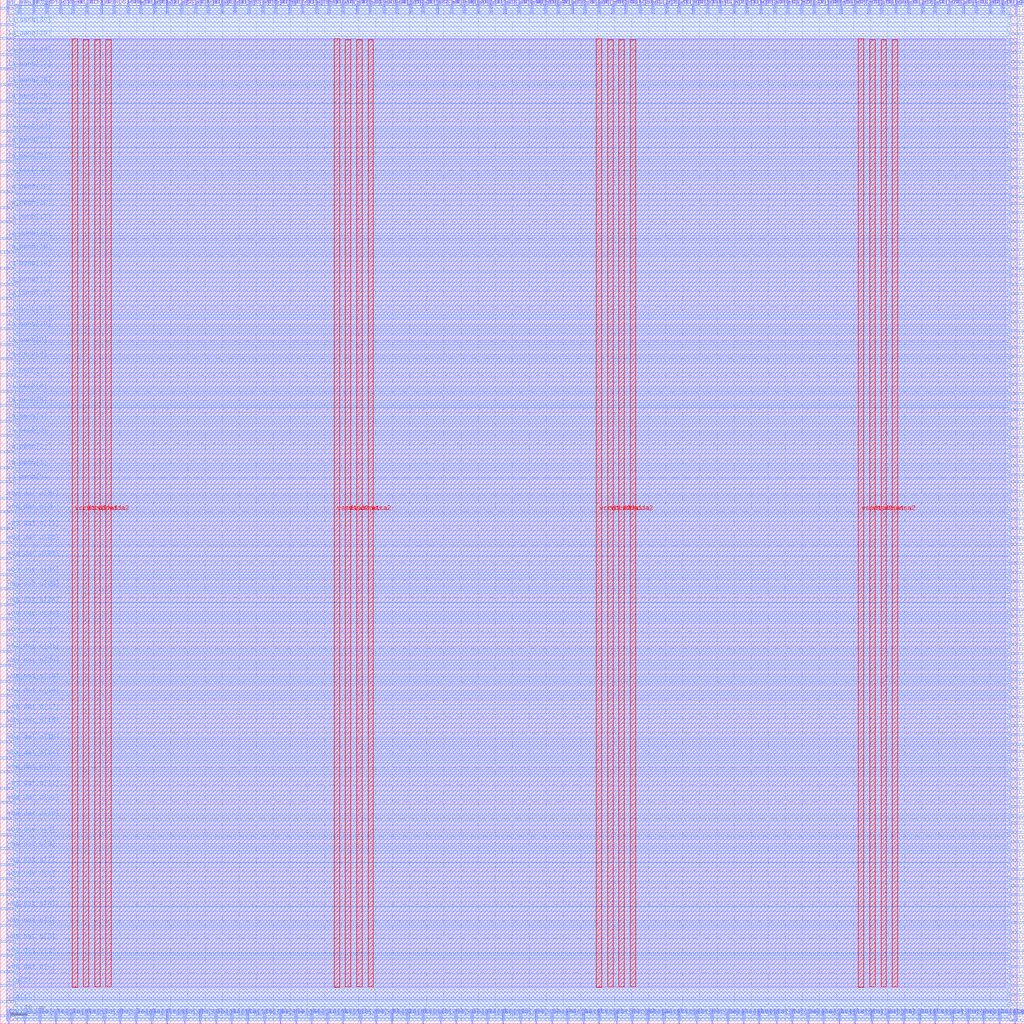
<source format=lef>
VERSION 5.7 ;
  NOWIREEXTENSIONATPIN ON ;
  DIVIDERCHAR "/" ;
  BUSBITCHARS "[]" ;
MACRO wrapped_hack_soc
  CLASS BLOCK ;
  FOREIGN wrapped_hack_soc ;
  ORIGIN 0.000 0.000 ;
  SIZE 300.000 BY 300.000 ;
  PIN active
    DIRECTION INPUT ;
    USE SIGNAL ;
    PORT
      LAYER met2 ;
        RECT 25.390 296.000 25.670 300.000 ;
    END
  END active
  PIN io_in[0]
    DIRECTION INPUT ;
    USE SIGNAL ;
    PORT
      LAYER met3 ;
        RECT 296.000 0.720 300.000 1.320 ;
    END
  END io_in[0]
  PIN io_in[10]
    DIRECTION INPUT ;
    USE SIGNAL ;
    PORT
      LAYER met3 ;
        RECT 296.000 79.600 300.000 80.200 ;
    END
  END io_in[10]
  PIN io_in[11]
    DIRECTION INPUT ;
    USE SIGNAL ;
    PORT
      LAYER met3 ;
        RECT 296.000 87.080 300.000 87.680 ;
    END
  END io_in[11]
  PIN io_in[12]
    DIRECTION INPUT ;
    USE SIGNAL ;
    PORT
      LAYER met3 ;
        RECT 296.000 95.240 300.000 95.840 ;
    END
  END io_in[12]
  PIN io_in[13]
    DIRECTION INPUT ;
    USE SIGNAL ;
    PORT
      LAYER met3 ;
        RECT 296.000 102.720 300.000 103.320 ;
    END
  END io_in[13]
  PIN io_in[14]
    DIRECTION INPUT ;
    USE SIGNAL ;
    PORT
      LAYER met3 ;
        RECT 296.000 110.880 300.000 111.480 ;
    END
  END io_in[14]
  PIN io_in[15]
    DIRECTION INPUT ;
    USE SIGNAL ;
    PORT
      LAYER met3 ;
        RECT 296.000 119.040 300.000 119.640 ;
    END
  END io_in[15]
  PIN io_in[16]
    DIRECTION INPUT ;
    USE SIGNAL ;
    PORT
      LAYER met3 ;
        RECT 296.000 126.520 300.000 127.120 ;
    END
  END io_in[16]
  PIN io_in[17]
    DIRECTION INPUT ;
    USE SIGNAL ;
    PORT
      LAYER met3 ;
        RECT 296.000 134.680 300.000 135.280 ;
    END
  END io_in[17]
  PIN io_in[18]
    DIRECTION INPUT ;
    USE SIGNAL ;
    PORT
      LAYER met3 ;
        RECT 296.000 142.160 300.000 142.760 ;
    END
  END io_in[18]
  PIN io_in[19]
    DIRECTION INPUT ;
    USE SIGNAL ;
    PORT
      LAYER met3 ;
        RECT 296.000 150.320 300.000 150.920 ;
    END
  END io_in[19]
  PIN io_in[1]
    DIRECTION INPUT ;
    USE SIGNAL ;
    PORT
      LAYER met3 ;
        RECT 296.000 8.200 300.000 8.800 ;
    END
  END io_in[1]
  PIN io_in[20]
    DIRECTION INPUT ;
    USE SIGNAL ;
    PORT
      LAYER met3 ;
        RECT 296.000 158.480 300.000 159.080 ;
    END
  END io_in[20]
  PIN io_in[21]
    DIRECTION INPUT ;
    USE SIGNAL ;
    PORT
      LAYER met3 ;
        RECT 296.000 165.960 300.000 166.560 ;
    END
  END io_in[21]
  PIN io_in[22]
    DIRECTION INPUT ;
    USE SIGNAL ;
    PORT
      LAYER met3 ;
        RECT 296.000 174.120 300.000 174.720 ;
    END
  END io_in[22]
  PIN io_in[23]
    DIRECTION INPUT ;
    USE SIGNAL ;
    PORT
      LAYER met3 ;
        RECT 296.000 181.600 300.000 182.200 ;
    END
  END io_in[23]
  PIN io_in[24]
    DIRECTION INPUT ;
    USE SIGNAL ;
    PORT
      LAYER met3 ;
        RECT 296.000 189.760 300.000 190.360 ;
    END
  END io_in[24]
  PIN io_in[25]
    DIRECTION INPUT ;
    USE SIGNAL ;
    PORT
      LAYER met3 ;
        RECT 296.000 197.920 300.000 198.520 ;
    END
  END io_in[25]
  PIN io_in[26]
    DIRECTION INPUT ;
    USE SIGNAL ;
    PORT
      LAYER met3 ;
        RECT 296.000 205.400 300.000 206.000 ;
    END
  END io_in[26]
  PIN io_in[27]
    DIRECTION INPUT ;
    USE SIGNAL ;
    PORT
      LAYER met3 ;
        RECT 296.000 213.560 300.000 214.160 ;
    END
  END io_in[27]
  PIN io_in[28]
    DIRECTION INPUT ;
    USE SIGNAL ;
    PORT
      LAYER met3 ;
        RECT 296.000 221.040 300.000 221.640 ;
    END
  END io_in[28]
  PIN io_in[29]
    DIRECTION INPUT ;
    USE SIGNAL ;
    PORT
      LAYER met3 ;
        RECT 296.000 229.200 300.000 229.800 ;
    END
  END io_in[29]
  PIN io_in[2]
    DIRECTION INPUT ;
    USE SIGNAL ;
    PORT
      LAYER met3 ;
        RECT 296.000 16.360 300.000 16.960 ;
    END
  END io_in[2]
  PIN io_in[30]
    DIRECTION INPUT ;
    USE SIGNAL ;
    PORT
      LAYER met3 ;
        RECT 296.000 237.360 300.000 237.960 ;
    END
  END io_in[30]
  PIN io_in[31]
    DIRECTION INPUT ;
    USE SIGNAL ;
    PORT
      LAYER met3 ;
        RECT 296.000 244.840 300.000 245.440 ;
    END
  END io_in[31]
  PIN io_in[32]
    DIRECTION INPUT ;
    USE SIGNAL ;
    PORT
      LAYER met3 ;
        RECT 296.000 253.000 300.000 253.600 ;
    END
  END io_in[32]
  PIN io_in[33]
    DIRECTION INPUT ;
    USE SIGNAL ;
    PORT
      LAYER met3 ;
        RECT 296.000 260.480 300.000 261.080 ;
    END
  END io_in[33]
  PIN io_in[34]
    DIRECTION INPUT ;
    USE SIGNAL ;
    PORT
      LAYER met3 ;
        RECT 296.000 268.640 300.000 269.240 ;
    END
  END io_in[34]
  PIN io_in[35]
    DIRECTION INPUT ;
    USE SIGNAL ;
    PORT
      LAYER met3 ;
        RECT 296.000 276.800 300.000 277.400 ;
    END
  END io_in[35]
  PIN io_in[36]
    DIRECTION INPUT ;
    USE SIGNAL ;
    PORT
      LAYER met3 ;
        RECT 296.000 284.280 300.000 284.880 ;
    END
  END io_in[36]
  PIN io_in[37]
    DIRECTION INPUT ;
    USE SIGNAL ;
    PORT
      LAYER met3 ;
        RECT 296.000 292.440 300.000 293.040 ;
    END
  END io_in[37]
  PIN io_in[3]
    DIRECTION INPUT ;
    USE SIGNAL ;
    PORT
      LAYER met3 ;
        RECT 296.000 23.840 300.000 24.440 ;
    END
  END io_in[3]
  PIN io_in[4]
    DIRECTION INPUT ;
    USE SIGNAL ;
    PORT
      LAYER met3 ;
        RECT 296.000 32.000 300.000 32.600 ;
    END
  END io_in[4]
  PIN io_in[5]
    DIRECTION INPUT ;
    USE SIGNAL ;
    PORT
      LAYER met3 ;
        RECT 296.000 40.160 300.000 40.760 ;
    END
  END io_in[5]
  PIN io_in[6]
    DIRECTION INPUT ;
    USE SIGNAL ;
    PORT
      LAYER met3 ;
        RECT 296.000 47.640 300.000 48.240 ;
    END
  END io_in[6]
  PIN io_in[7]
    DIRECTION INPUT ;
    USE SIGNAL ;
    PORT
      LAYER met3 ;
        RECT 296.000 55.800 300.000 56.400 ;
    END
  END io_in[7]
  PIN io_in[8]
    DIRECTION INPUT ;
    USE SIGNAL ;
    PORT
      LAYER met3 ;
        RECT 296.000 63.280 300.000 63.880 ;
    END
  END io_in[8]
  PIN io_in[9]
    DIRECTION INPUT ;
    USE SIGNAL ;
    PORT
      LAYER met3 ;
        RECT 296.000 71.440 300.000 72.040 ;
    END
  END io_in[9]
  PIN io_oeb[0]
    DIRECTION OUTPUT TRISTATE ;
    USE SIGNAL ;
    PORT
      LAYER met3 ;
        RECT 296.000 5.480 300.000 6.080 ;
    END
  END io_oeb[0]
  PIN io_oeb[10]
    DIRECTION OUTPUT TRISTATE ;
    USE SIGNAL ;
    PORT
      LAYER met3 ;
        RECT 296.000 84.360 300.000 84.960 ;
    END
  END io_oeb[10]
  PIN io_oeb[11]
    DIRECTION OUTPUT TRISTATE ;
    USE SIGNAL ;
    PORT
      LAYER met3 ;
        RECT 296.000 92.520 300.000 93.120 ;
    END
  END io_oeb[11]
  PIN io_oeb[12]
    DIRECTION OUTPUT TRISTATE ;
    USE SIGNAL ;
    PORT
      LAYER met3 ;
        RECT 296.000 100.680 300.000 101.280 ;
    END
  END io_oeb[12]
  PIN io_oeb[13]
    DIRECTION OUTPUT TRISTATE ;
    USE SIGNAL ;
    PORT
      LAYER met3 ;
        RECT 296.000 108.160 300.000 108.760 ;
    END
  END io_oeb[13]
  PIN io_oeb[14]
    DIRECTION OUTPUT TRISTATE ;
    USE SIGNAL ;
    PORT
      LAYER met3 ;
        RECT 296.000 116.320 300.000 116.920 ;
    END
  END io_oeb[14]
  PIN io_oeb[15]
    DIRECTION OUTPUT TRISTATE ;
    USE SIGNAL ;
    PORT
      LAYER met3 ;
        RECT 296.000 123.800 300.000 124.400 ;
    END
  END io_oeb[15]
  PIN io_oeb[16]
    DIRECTION OUTPUT TRISTATE ;
    USE SIGNAL ;
    PORT
      LAYER met3 ;
        RECT 296.000 131.960 300.000 132.560 ;
    END
  END io_oeb[16]
  PIN io_oeb[17]
    DIRECTION OUTPUT TRISTATE ;
    USE SIGNAL ;
    PORT
      LAYER met3 ;
        RECT 296.000 140.120 300.000 140.720 ;
    END
  END io_oeb[17]
  PIN io_oeb[18]
    DIRECTION OUTPUT TRISTATE ;
    USE SIGNAL ;
    PORT
      LAYER met3 ;
        RECT 296.000 147.600 300.000 148.200 ;
    END
  END io_oeb[18]
  PIN io_oeb[19]
    DIRECTION OUTPUT TRISTATE ;
    USE SIGNAL ;
    PORT
      LAYER met3 ;
        RECT 296.000 155.760 300.000 156.360 ;
    END
  END io_oeb[19]
  PIN io_oeb[1]
    DIRECTION OUTPUT TRISTATE ;
    USE SIGNAL ;
    PORT
      LAYER met3 ;
        RECT 296.000 13.640 300.000 14.240 ;
    END
  END io_oeb[1]
  PIN io_oeb[20]
    DIRECTION OUTPUT TRISTATE ;
    USE SIGNAL ;
    PORT
      LAYER met3 ;
        RECT 296.000 163.240 300.000 163.840 ;
    END
  END io_oeb[20]
  PIN io_oeb[21]
    DIRECTION OUTPUT TRISTATE ;
    USE SIGNAL ;
    PORT
      LAYER met3 ;
        RECT 296.000 171.400 300.000 172.000 ;
    END
  END io_oeb[21]
  PIN io_oeb[22]
    DIRECTION OUTPUT TRISTATE ;
    USE SIGNAL ;
    PORT
      LAYER met3 ;
        RECT 296.000 179.560 300.000 180.160 ;
    END
  END io_oeb[22]
  PIN io_oeb[23]
    DIRECTION OUTPUT TRISTATE ;
    USE SIGNAL ;
    PORT
      LAYER met3 ;
        RECT 296.000 187.040 300.000 187.640 ;
    END
  END io_oeb[23]
  PIN io_oeb[24]
    DIRECTION OUTPUT TRISTATE ;
    USE SIGNAL ;
    PORT
      LAYER met3 ;
        RECT 296.000 195.200 300.000 195.800 ;
    END
  END io_oeb[24]
  PIN io_oeb[25]
    DIRECTION OUTPUT TRISTATE ;
    USE SIGNAL ;
    PORT
      LAYER met3 ;
        RECT 296.000 202.680 300.000 203.280 ;
    END
  END io_oeb[25]
  PIN io_oeb[26]
    DIRECTION OUTPUT TRISTATE ;
    USE SIGNAL ;
    PORT
      LAYER met3 ;
        RECT 296.000 210.840 300.000 211.440 ;
    END
  END io_oeb[26]
  PIN io_oeb[27]
    DIRECTION OUTPUT TRISTATE ;
    USE SIGNAL ;
    PORT
      LAYER met3 ;
        RECT 296.000 219.000 300.000 219.600 ;
    END
  END io_oeb[27]
  PIN io_oeb[28]
    DIRECTION OUTPUT TRISTATE ;
    USE SIGNAL ;
    PORT
      LAYER met3 ;
        RECT 296.000 226.480 300.000 227.080 ;
    END
  END io_oeb[28]
  PIN io_oeb[29]
    DIRECTION OUTPUT TRISTATE ;
    USE SIGNAL ;
    PORT
      LAYER met3 ;
        RECT 296.000 234.640 300.000 235.240 ;
    END
  END io_oeb[29]
  PIN io_oeb[2]
    DIRECTION OUTPUT TRISTATE ;
    USE SIGNAL ;
    PORT
      LAYER met3 ;
        RECT 296.000 21.120 300.000 21.720 ;
    END
  END io_oeb[2]
  PIN io_oeb[30]
    DIRECTION OUTPUT TRISTATE ;
    USE SIGNAL ;
    PORT
      LAYER met3 ;
        RECT 296.000 242.120 300.000 242.720 ;
    END
  END io_oeb[30]
  PIN io_oeb[31]
    DIRECTION OUTPUT TRISTATE ;
    USE SIGNAL ;
    PORT
      LAYER met3 ;
        RECT 296.000 250.280 300.000 250.880 ;
    END
  END io_oeb[31]
  PIN io_oeb[32]
    DIRECTION OUTPUT TRISTATE ;
    USE SIGNAL ;
    PORT
      LAYER met3 ;
        RECT 296.000 258.440 300.000 259.040 ;
    END
  END io_oeb[32]
  PIN io_oeb[33]
    DIRECTION OUTPUT TRISTATE ;
    USE SIGNAL ;
    PORT
      LAYER met3 ;
        RECT 296.000 265.920 300.000 266.520 ;
    END
  END io_oeb[33]
  PIN io_oeb[34]
    DIRECTION OUTPUT TRISTATE ;
    USE SIGNAL ;
    PORT
      LAYER met3 ;
        RECT 296.000 274.080 300.000 274.680 ;
    END
  END io_oeb[34]
  PIN io_oeb[35]
    DIRECTION OUTPUT TRISTATE ;
    USE SIGNAL ;
    PORT
      LAYER met3 ;
        RECT 296.000 281.560 300.000 282.160 ;
    END
  END io_oeb[35]
  PIN io_oeb[36]
    DIRECTION OUTPUT TRISTATE ;
    USE SIGNAL ;
    PORT
      LAYER met3 ;
        RECT 296.000 289.720 300.000 290.320 ;
    END
  END io_oeb[36]
  PIN io_oeb[37]
    DIRECTION OUTPUT TRISTATE ;
    USE SIGNAL ;
    PORT
      LAYER met3 ;
        RECT 296.000 297.880 300.000 298.480 ;
    END
  END io_oeb[37]
  PIN io_oeb[3]
    DIRECTION OUTPUT TRISTATE ;
    USE SIGNAL ;
    PORT
      LAYER met3 ;
        RECT 296.000 29.280 300.000 29.880 ;
    END
  END io_oeb[3]
  PIN io_oeb[4]
    DIRECTION OUTPUT TRISTATE ;
    USE SIGNAL ;
    PORT
      LAYER met3 ;
        RECT 296.000 37.440 300.000 38.040 ;
    END
  END io_oeb[4]
  PIN io_oeb[5]
    DIRECTION OUTPUT TRISTATE ;
    USE SIGNAL ;
    PORT
      LAYER met3 ;
        RECT 296.000 44.920 300.000 45.520 ;
    END
  END io_oeb[5]
  PIN io_oeb[6]
    DIRECTION OUTPUT TRISTATE ;
    USE SIGNAL ;
    PORT
      LAYER met3 ;
        RECT 296.000 53.080 300.000 53.680 ;
    END
  END io_oeb[6]
  PIN io_oeb[7]
    DIRECTION OUTPUT TRISTATE ;
    USE SIGNAL ;
    PORT
      LAYER met3 ;
        RECT 296.000 60.560 300.000 61.160 ;
    END
  END io_oeb[7]
  PIN io_oeb[8]
    DIRECTION OUTPUT TRISTATE ;
    USE SIGNAL ;
    PORT
      LAYER met3 ;
        RECT 296.000 68.720 300.000 69.320 ;
    END
  END io_oeb[8]
  PIN io_oeb[9]
    DIRECTION OUTPUT TRISTATE ;
    USE SIGNAL ;
    PORT
      LAYER met3 ;
        RECT 296.000 76.880 300.000 77.480 ;
    END
  END io_oeb[9]
  PIN io_out[0]
    DIRECTION OUTPUT TRISTATE ;
    USE SIGNAL ;
    PORT
      LAYER met3 ;
        RECT 296.000 2.760 300.000 3.360 ;
    END
  END io_out[0]
  PIN io_out[10]
    DIRECTION OUTPUT TRISTATE ;
    USE SIGNAL ;
    PORT
      LAYER met3 ;
        RECT 296.000 81.640 300.000 82.240 ;
    END
  END io_out[10]
  PIN io_out[11]
    DIRECTION OUTPUT TRISTATE ;
    USE SIGNAL ;
    PORT
      LAYER met3 ;
        RECT 296.000 89.800 300.000 90.400 ;
    END
  END io_out[11]
  PIN io_out[12]
    DIRECTION OUTPUT TRISTATE ;
    USE SIGNAL ;
    PORT
      LAYER met3 ;
        RECT 296.000 97.960 300.000 98.560 ;
    END
  END io_out[12]
  PIN io_out[13]
    DIRECTION OUTPUT TRISTATE ;
    USE SIGNAL ;
    PORT
      LAYER met3 ;
        RECT 296.000 105.440 300.000 106.040 ;
    END
  END io_out[13]
  PIN io_out[14]
    DIRECTION OUTPUT TRISTATE ;
    USE SIGNAL ;
    PORT
      LAYER met3 ;
        RECT 296.000 113.600 300.000 114.200 ;
    END
  END io_out[14]
  PIN io_out[15]
    DIRECTION OUTPUT TRISTATE ;
    USE SIGNAL ;
    PORT
      LAYER met3 ;
        RECT 296.000 121.080 300.000 121.680 ;
    END
  END io_out[15]
  PIN io_out[16]
    DIRECTION OUTPUT TRISTATE ;
    USE SIGNAL ;
    PORT
      LAYER met3 ;
        RECT 296.000 129.240 300.000 129.840 ;
    END
  END io_out[16]
  PIN io_out[17]
    DIRECTION OUTPUT TRISTATE ;
    USE SIGNAL ;
    PORT
      LAYER met3 ;
        RECT 296.000 137.400 300.000 138.000 ;
    END
  END io_out[17]
  PIN io_out[18]
    DIRECTION OUTPUT TRISTATE ;
    USE SIGNAL ;
    PORT
      LAYER met3 ;
        RECT 296.000 144.880 300.000 145.480 ;
    END
  END io_out[18]
  PIN io_out[19]
    DIRECTION OUTPUT TRISTATE ;
    USE SIGNAL ;
    PORT
      LAYER met3 ;
        RECT 296.000 153.040 300.000 153.640 ;
    END
  END io_out[19]
  PIN io_out[1]
    DIRECTION OUTPUT TRISTATE ;
    USE SIGNAL ;
    PORT
      LAYER met3 ;
        RECT 296.000 10.920 300.000 11.520 ;
    END
  END io_out[1]
  PIN io_out[20]
    DIRECTION OUTPUT TRISTATE ;
    USE SIGNAL ;
    PORT
      LAYER met3 ;
        RECT 296.000 160.520 300.000 161.120 ;
    END
  END io_out[20]
  PIN io_out[21]
    DIRECTION OUTPUT TRISTATE ;
    USE SIGNAL ;
    PORT
      LAYER met3 ;
        RECT 296.000 168.680 300.000 169.280 ;
    END
  END io_out[21]
  PIN io_out[22]
    DIRECTION OUTPUT TRISTATE ;
    USE SIGNAL ;
    PORT
      LAYER met3 ;
        RECT 296.000 176.840 300.000 177.440 ;
    END
  END io_out[22]
  PIN io_out[23]
    DIRECTION OUTPUT TRISTATE ;
    USE SIGNAL ;
    PORT
      LAYER met3 ;
        RECT 296.000 184.320 300.000 184.920 ;
    END
  END io_out[23]
  PIN io_out[24]
    DIRECTION OUTPUT TRISTATE ;
    USE SIGNAL ;
    PORT
      LAYER met3 ;
        RECT 296.000 192.480 300.000 193.080 ;
    END
  END io_out[24]
  PIN io_out[25]
    DIRECTION OUTPUT TRISTATE ;
    USE SIGNAL ;
    PORT
      LAYER met3 ;
        RECT 296.000 200.640 300.000 201.240 ;
    END
  END io_out[25]
  PIN io_out[26]
    DIRECTION OUTPUT TRISTATE ;
    USE SIGNAL ;
    PORT
      LAYER met3 ;
        RECT 296.000 208.120 300.000 208.720 ;
    END
  END io_out[26]
  PIN io_out[27]
    DIRECTION OUTPUT TRISTATE ;
    USE SIGNAL ;
    PORT
      LAYER met3 ;
        RECT 296.000 216.280 300.000 216.880 ;
    END
  END io_out[27]
  PIN io_out[28]
    DIRECTION OUTPUT TRISTATE ;
    USE SIGNAL ;
    PORT
      LAYER met3 ;
        RECT 296.000 223.760 300.000 224.360 ;
    END
  END io_out[28]
  PIN io_out[29]
    DIRECTION OUTPUT TRISTATE ;
    USE SIGNAL ;
    PORT
      LAYER met3 ;
        RECT 296.000 231.920 300.000 232.520 ;
    END
  END io_out[29]
  PIN io_out[2]
    DIRECTION OUTPUT TRISTATE ;
    USE SIGNAL ;
    PORT
      LAYER met3 ;
        RECT 296.000 19.080 300.000 19.680 ;
    END
  END io_out[2]
  PIN io_out[30]
    DIRECTION OUTPUT TRISTATE ;
    USE SIGNAL ;
    PORT
      LAYER met3 ;
        RECT 296.000 240.080 300.000 240.680 ;
    END
  END io_out[30]
  PIN io_out[31]
    DIRECTION OUTPUT TRISTATE ;
    USE SIGNAL ;
    PORT
      LAYER met3 ;
        RECT 296.000 247.560 300.000 248.160 ;
    END
  END io_out[31]
  PIN io_out[32]
    DIRECTION OUTPUT TRISTATE ;
    USE SIGNAL ;
    PORT
      LAYER met3 ;
        RECT 296.000 255.720 300.000 256.320 ;
    END
  END io_out[32]
  PIN io_out[33]
    DIRECTION OUTPUT TRISTATE ;
    USE SIGNAL ;
    PORT
      LAYER met3 ;
        RECT 296.000 263.200 300.000 263.800 ;
    END
  END io_out[33]
  PIN io_out[34]
    DIRECTION OUTPUT TRISTATE ;
    USE SIGNAL ;
    PORT
      LAYER met3 ;
        RECT 296.000 271.360 300.000 271.960 ;
    END
  END io_out[34]
  PIN io_out[35]
    DIRECTION OUTPUT TRISTATE ;
    USE SIGNAL ;
    PORT
      LAYER met3 ;
        RECT 296.000 279.520 300.000 280.120 ;
    END
  END io_out[35]
  PIN io_out[36]
    DIRECTION OUTPUT TRISTATE ;
    USE SIGNAL ;
    PORT
      LAYER met3 ;
        RECT 296.000 287.000 300.000 287.600 ;
    END
  END io_out[36]
  PIN io_out[37]
    DIRECTION OUTPUT TRISTATE ;
    USE SIGNAL ;
    PORT
      LAYER met3 ;
        RECT 296.000 295.160 300.000 295.760 ;
    END
  END io_out[37]
  PIN io_out[3]
    DIRECTION OUTPUT TRISTATE ;
    USE SIGNAL ;
    PORT
      LAYER met3 ;
        RECT 296.000 26.560 300.000 27.160 ;
    END
  END io_out[3]
  PIN io_out[4]
    DIRECTION OUTPUT TRISTATE ;
    USE SIGNAL ;
    PORT
      LAYER met3 ;
        RECT 296.000 34.720 300.000 35.320 ;
    END
  END io_out[4]
  PIN io_out[5]
    DIRECTION OUTPUT TRISTATE ;
    USE SIGNAL ;
    PORT
      LAYER met3 ;
        RECT 296.000 42.200 300.000 42.800 ;
    END
  END io_out[5]
  PIN io_out[6]
    DIRECTION OUTPUT TRISTATE ;
    USE SIGNAL ;
    PORT
      LAYER met3 ;
        RECT 296.000 50.360 300.000 50.960 ;
    END
  END io_out[6]
  PIN io_out[7]
    DIRECTION OUTPUT TRISTATE ;
    USE SIGNAL ;
    PORT
      LAYER met3 ;
        RECT 296.000 58.520 300.000 59.120 ;
    END
  END io_out[7]
  PIN io_out[8]
    DIRECTION OUTPUT TRISTATE ;
    USE SIGNAL ;
    PORT
      LAYER met3 ;
        RECT 296.000 66.000 300.000 66.600 ;
    END
  END io_out[8]
  PIN io_out[9]
    DIRECTION OUTPUT TRISTATE ;
    USE SIGNAL ;
    PORT
      LAYER met3 ;
        RECT 296.000 74.160 300.000 74.760 ;
    END
  END io_out[9]
  PIN irq[0]
    DIRECTION OUTPUT TRISTATE ;
    USE SIGNAL ;
    PORT
      LAYER met3 ;
        RECT 0.000 2.080 4.000 2.680 ;
    END
  END irq[0]
  PIN irq[1]
    DIRECTION OUTPUT TRISTATE ;
    USE SIGNAL ;
    PORT
      LAYER met3 ;
        RECT 0.000 6.160 4.000 6.760 ;
    END
  END irq[1]
  PIN irq[2]
    DIRECTION OUTPUT TRISTATE ;
    USE SIGNAL ;
    PORT
      LAYER met3 ;
        RECT 0.000 10.920 4.000 11.520 ;
    END
  END irq[2]
  PIN la_data_in[0]
    DIRECTION INPUT ;
    USE SIGNAL ;
    PORT
      LAYER met2 ;
        RECT 2.390 0.000 2.670 4.000 ;
    END
  END la_data_in[0]
  PIN la_data_in[10]
    DIRECTION INPUT ;
    USE SIGNAL ;
    PORT
      LAYER met2 ;
        RECT 48.850 0.000 49.130 4.000 ;
    END
  END la_data_in[10]
  PIN la_data_in[11]
    DIRECTION INPUT ;
    USE SIGNAL ;
    PORT
      LAYER met2 ;
        RECT 53.910 0.000 54.190 4.000 ;
    END
  END la_data_in[11]
  PIN la_data_in[12]
    DIRECTION INPUT ;
    USE SIGNAL ;
    PORT
      LAYER met2 ;
        RECT 58.510 0.000 58.790 4.000 ;
    END
  END la_data_in[12]
  PIN la_data_in[13]
    DIRECTION INPUT ;
    USE SIGNAL ;
    PORT
      LAYER met2 ;
        RECT 63.110 0.000 63.390 4.000 ;
    END
  END la_data_in[13]
  PIN la_data_in[14]
    DIRECTION INPUT ;
    USE SIGNAL ;
    PORT
      LAYER met2 ;
        RECT 67.710 0.000 67.990 4.000 ;
    END
  END la_data_in[14]
  PIN la_data_in[15]
    DIRECTION INPUT ;
    USE SIGNAL ;
    PORT
      LAYER met2 ;
        RECT 72.310 0.000 72.590 4.000 ;
    END
  END la_data_in[15]
  PIN la_data_in[16]
    DIRECTION INPUT ;
    USE SIGNAL ;
    PORT
      LAYER met2 ;
        RECT 77.370 0.000 77.650 4.000 ;
    END
  END la_data_in[16]
  PIN la_data_in[17]
    DIRECTION INPUT ;
    USE SIGNAL ;
    PORT
      LAYER met2 ;
        RECT 81.970 0.000 82.250 4.000 ;
    END
  END la_data_in[17]
  PIN la_data_in[18]
    DIRECTION INPUT ;
    USE SIGNAL ;
    PORT
      LAYER met2 ;
        RECT 86.570 0.000 86.850 4.000 ;
    END
  END la_data_in[18]
  PIN la_data_in[19]
    DIRECTION INPUT ;
    USE SIGNAL ;
    PORT
      LAYER met2 ;
        RECT 91.170 0.000 91.450 4.000 ;
    END
  END la_data_in[19]
  PIN la_data_in[1]
    DIRECTION INPUT ;
    USE SIGNAL ;
    PORT
      LAYER met2 ;
        RECT 6.990 0.000 7.270 4.000 ;
    END
  END la_data_in[1]
  PIN la_data_in[20]
    DIRECTION INPUT ;
    USE SIGNAL ;
    PORT
      LAYER met2 ;
        RECT 95.770 0.000 96.050 4.000 ;
    END
  END la_data_in[20]
  PIN la_data_in[21]
    DIRECTION INPUT ;
    USE SIGNAL ;
    PORT
      LAYER met2 ;
        RECT 100.370 0.000 100.650 4.000 ;
    END
  END la_data_in[21]
  PIN la_data_in[22]
    DIRECTION INPUT ;
    USE SIGNAL ;
    PORT
      LAYER met2 ;
        RECT 105.430 0.000 105.710 4.000 ;
    END
  END la_data_in[22]
  PIN la_data_in[23]
    DIRECTION INPUT ;
    USE SIGNAL ;
    PORT
      LAYER met2 ;
        RECT 110.030 0.000 110.310 4.000 ;
    END
  END la_data_in[23]
  PIN la_data_in[24]
    DIRECTION INPUT ;
    USE SIGNAL ;
    PORT
      LAYER met2 ;
        RECT 114.630 0.000 114.910 4.000 ;
    END
  END la_data_in[24]
  PIN la_data_in[25]
    DIRECTION INPUT ;
    USE SIGNAL ;
    PORT
      LAYER met2 ;
        RECT 119.230 0.000 119.510 4.000 ;
    END
  END la_data_in[25]
  PIN la_data_in[26]
    DIRECTION INPUT ;
    USE SIGNAL ;
    PORT
      LAYER met2 ;
        RECT 123.830 0.000 124.110 4.000 ;
    END
  END la_data_in[26]
  PIN la_data_in[27]
    DIRECTION INPUT ;
    USE SIGNAL ;
    PORT
      LAYER met2 ;
        RECT 128.890 0.000 129.170 4.000 ;
    END
  END la_data_in[27]
  PIN la_data_in[28]
    DIRECTION INPUT ;
    USE SIGNAL ;
    PORT
      LAYER met2 ;
        RECT 133.490 0.000 133.770 4.000 ;
    END
  END la_data_in[28]
  PIN la_data_in[29]
    DIRECTION INPUT ;
    USE SIGNAL ;
    PORT
      LAYER met2 ;
        RECT 138.090 0.000 138.370 4.000 ;
    END
  END la_data_in[29]
  PIN la_data_in[2]
    DIRECTION INPUT ;
    USE SIGNAL ;
    PORT
      LAYER met2 ;
        RECT 11.590 0.000 11.870 4.000 ;
    END
  END la_data_in[2]
  PIN la_data_in[30]
    DIRECTION INPUT ;
    USE SIGNAL ;
    PORT
      LAYER met2 ;
        RECT 142.690 0.000 142.970 4.000 ;
    END
  END la_data_in[30]
  PIN la_data_in[31]
    DIRECTION INPUT ;
    USE SIGNAL ;
    PORT
      LAYER met2 ;
        RECT 147.290 0.000 147.570 4.000 ;
    END
  END la_data_in[31]
  PIN la_data_in[3]
    DIRECTION INPUT ;
    USE SIGNAL ;
    PORT
      LAYER met2 ;
        RECT 16.190 0.000 16.470 4.000 ;
    END
  END la_data_in[3]
  PIN la_data_in[4]
    DIRECTION INPUT ;
    USE SIGNAL ;
    PORT
      LAYER met2 ;
        RECT 20.790 0.000 21.070 4.000 ;
    END
  END la_data_in[4]
  PIN la_data_in[5]
    DIRECTION INPUT ;
    USE SIGNAL ;
    PORT
      LAYER met2 ;
        RECT 25.390 0.000 25.670 4.000 ;
    END
  END la_data_in[5]
  PIN la_data_in[6]
    DIRECTION INPUT ;
    USE SIGNAL ;
    PORT
      LAYER met2 ;
        RECT 30.450 0.000 30.730 4.000 ;
    END
  END la_data_in[6]
  PIN la_data_in[7]
    DIRECTION INPUT ;
    USE SIGNAL ;
    PORT
      LAYER met2 ;
        RECT 35.050 0.000 35.330 4.000 ;
    END
  END la_data_in[7]
  PIN la_data_in[8]
    DIRECTION INPUT ;
    USE SIGNAL ;
    PORT
      LAYER met2 ;
        RECT 39.650 0.000 39.930 4.000 ;
    END
  END la_data_in[8]
  PIN la_data_in[9]
    DIRECTION INPUT ;
    USE SIGNAL ;
    PORT
      LAYER met2 ;
        RECT 44.250 0.000 44.530 4.000 ;
    END
  END la_data_in[9]
  PIN la_data_out[0]
    DIRECTION OUTPUT TRISTATE ;
    USE SIGNAL ;
    PORT
      LAYER met2 ;
        RECT 152.350 0.000 152.630 4.000 ;
    END
  END la_data_out[0]
  PIN la_data_out[10]
    DIRECTION OUTPUT TRISTATE ;
    USE SIGNAL ;
    PORT
      LAYER met2 ;
        RECT 198.810 0.000 199.090 4.000 ;
    END
  END la_data_out[10]
  PIN la_data_out[11]
    DIRECTION OUTPUT TRISTATE ;
    USE SIGNAL ;
    PORT
      LAYER met2 ;
        RECT 203.870 0.000 204.150 4.000 ;
    END
  END la_data_out[11]
  PIN la_data_out[12]
    DIRECTION OUTPUT TRISTATE ;
    USE SIGNAL ;
    PORT
      LAYER met2 ;
        RECT 208.470 0.000 208.750 4.000 ;
    END
  END la_data_out[12]
  PIN la_data_out[13]
    DIRECTION OUTPUT TRISTATE ;
    USE SIGNAL ;
    PORT
      LAYER met2 ;
        RECT 213.070 0.000 213.350 4.000 ;
    END
  END la_data_out[13]
  PIN la_data_out[14]
    DIRECTION OUTPUT TRISTATE ;
    USE SIGNAL ;
    PORT
      LAYER met2 ;
        RECT 217.670 0.000 217.950 4.000 ;
    END
  END la_data_out[14]
  PIN la_data_out[15]
    DIRECTION OUTPUT TRISTATE ;
    USE SIGNAL ;
    PORT
      LAYER met2 ;
        RECT 222.270 0.000 222.550 4.000 ;
    END
  END la_data_out[15]
  PIN la_data_out[16]
    DIRECTION OUTPUT TRISTATE ;
    USE SIGNAL ;
    PORT
      LAYER met2 ;
        RECT 227.330 0.000 227.610 4.000 ;
    END
  END la_data_out[16]
  PIN la_data_out[17]
    DIRECTION OUTPUT TRISTATE ;
    USE SIGNAL ;
    PORT
      LAYER met2 ;
        RECT 231.930 0.000 232.210 4.000 ;
    END
  END la_data_out[17]
  PIN la_data_out[18]
    DIRECTION OUTPUT TRISTATE ;
    USE SIGNAL ;
    PORT
      LAYER met2 ;
        RECT 236.530 0.000 236.810 4.000 ;
    END
  END la_data_out[18]
  PIN la_data_out[19]
    DIRECTION OUTPUT TRISTATE ;
    USE SIGNAL ;
    PORT
      LAYER met2 ;
        RECT 241.130 0.000 241.410 4.000 ;
    END
  END la_data_out[19]
  PIN la_data_out[1]
    DIRECTION OUTPUT TRISTATE ;
    USE SIGNAL ;
    PORT
      LAYER met2 ;
        RECT 156.950 0.000 157.230 4.000 ;
    END
  END la_data_out[1]
  PIN la_data_out[20]
    DIRECTION OUTPUT TRISTATE ;
    USE SIGNAL ;
    PORT
      LAYER met2 ;
        RECT 245.730 0.000 246.010 4.000 ;
    END
  END la_data_out[20]
  PIN la_data_out[21]
    DIRECTION OUTPUT TRISTATE ;
    USE SIGNAL ;
    PORT
      LAYER met2 ;
        RECT 250.330 0.000 250.610 4.000 ;
    END
  END la_data_out[21]
  PIN la_data_out[22]
    DIRECTION OUTPUT TRISTATE ;
    USE SIGNAL ;
    PORT
      LAYER met2 ;
        RECT 255.390 0.000 255.670 4.000 ;
    END
  END la_data_out[22]
  PIN la_data_out[23]
    DIRECTION OUTPUT TRISTATE ;
    USE SIGNAL ;
    PORT
      LAYER met2 ;
        RECT 259.990 0.000 260.270 4.000 ;
    END
  END la_data_out[23]
  PIN la_data_out[24]
    DIRECTION OUTPUT TRISTATE ;
    USE SIGNAL ;
    PORT
      LAYER met2 ;
        RECT 264.590 0.000 264.870 4.000 ;
    END
  END la_data_out[24]
  PIN la_data_out[25]
    DIRECTION OUTPUT TRISTATE ;
    USE SIGNAL ;
    PORT
      LAYER met2 ;
        RECT 269.190 0.000 269.470 4.000 ;
    END
  END la_data_out[25]
  PIN la_data_out[26]
    DIRECTION OUTPUT TRISTATE ;
    USE SIGNAL ;
    PORT
      LAYER met2 ;
        RECT 273.790 0.000 274.070 4.000 ;
    END
  END la_data_out[26]
  PIN la_data_out[27]
    DIRECTION OUTPUT TRISTATE ;
    USE SIGNAL ;
    PORT
      LAYER met2 ;
        RECT 278.850 0.000 279.130 4.000 ;
    END
  END la_data_out[27]
  PIN la_data_out[28]
    DIRECTION OUTPUT TRISTATE ;
    USE SIGNAL ;
    PORT
      LAYER met2 ;
        RECT 283.450 0.000 283.730 4.000 ;
    END
  END la_data_out[28]
  PIN la_data_out[29]
    DIRECTION OUTPUT TRISTATE ;
    USE SIGNAL ;
    PORT
      LAYER met2 ;
        RECT 288.050 0.000 288.330 4.000 ;
    END
  END la_data_out[29]
  PIN la_data_out[2]
    DIRECTION OUTPUT TRISTATE ;
    USE SIGNAL ;
    PORT
      LAYER met2 ;
        RECT 161.550 0.000 161.830 4.000 ;
    END
  END la_data_out[2]
  PIN la_data_out[30]
    DIRECTION OUTPUT TRISTATE ;
    USE SIGNAL ;
    PORT
      LAYER met2 ;
        RECT 292.650 0.000 292.930 4.000 ;
    END
  END la_data_out[30]
  PIN la_data_out[31]
    DIRECTION OUTPUT TRISTATE ;
    USE SIGNAL ;
    PORT
      LAYER met2 ;
        RECT 297.250 0.000 297.530 4.000 ;
    END
  END la_data_out[31]
  PIN la_data_out[3]
    DIRECTION OUTPUT TRISTATE ;
    USE SIGNAL ;
    PORT
      LAYER met2 ;
        RECT 166.150 0.000 166.430 4.000 ;
    END
  END la_data_out[3]
  PIN la_data_out[4]
    DIRECTION OUTPUT TRISTATE ;
    USE SIGNAL ;
    PORT
      LAYER met2 ;
        RECT 170.750 0.000 171.030 4.000 ;
    END
  END la_data_out[4]
  PIN la_data_out[5]
    DIRECTION OUTPUT TRISTATE ;
    USE SIGNAL ;
    PORT
      LAYER met2 ;
        RECT 175.350 0.000 175.630 4.000 ;
    END
  END la_data_out[5]
  PIN la_data_out[6]
    DIRECTION OUTPUT TRISTATE ;
    USE SIGNAL ;
    PORT
      LAYER met2 ;
        RECT 180.410 0.000 180.690 4.000 ;
    END
  END la_data_out[6]
  PIN la_data_out[7]
    DIRECTION OUTPUT TRISTATE ;
    USE SIGNAL ;
    PORT
      LAYER met2 ;
        RECT 185.010 0.000 185.290 4.000 ;
    END
  END la_data_out[7]
  PIN la_data_out[8]
    DIRECTION OUTPUT TRISTATE ;
    USE SIGNAL ;
    PORT
      LAYER met2 ;
        RECT 189.610 0.000 189.890 4.000 ;
    END
  END la_data_out[8]
  PIN la_data_out[9]
    DIRECTION OUTPUT TRISTATE ;
    USE SIGNAL ;
    PORT
      LAYER met2 ;
        RECT 194.210 0.000 194.490 4.000 ;
    END
  END la_data_out[9]
  PIN la_oenb[0]
    DIRECTION INPUT ;
    USE SIGNAL ;
    PORT
      LAYER met3 ;
        RECT 0.000 158.480 4.000 159.080 ;
    END
  END la_oenb[0]
  PIN la_oenb[10]
    DIRECTION INPUT ;
    USE SIGNAL ;
    PORT
      LAYER met3 ;
        RECT 0.000 203.360 4.000 203.960 ;
    END
  END la_oenb[10]
  PIN la_oenb[11]
    DIRECTION INPUT ;
    USE SIGNAL ;
    PORT
      LAYER met3 ;
        RECT 0.000 207.440 4.000 208.040 ;
    END
  END la_oenb[11]
  PIN la_oenb[12]
    DIRECTION INPUT ;
    USE SIGNAL ;
    PORT
      LAYER met3 ;
        RECT 0.000 212.200 4.000 212.800 ;
    END
  END la_oenb[12]
  PIN la_oenb[13]
    DIRECTION INPUT ;
    USE SIGNAL ;
    PORT
      LAYER met3 ;
        RECT 0.000 216.280 4.000 216.880 ;
    END
  END la_oenb[13]
  PIN la_oenb[14]
    DIRECTION INPUT ;
    USE SIGNAL ;
    PORT
      LAYER met3 ;
        RECT 0.000 221.040 4.000 221.640 ;
    END
  END la_oenb[14]
  PIN la_oenb[15]
    DIRECTION INPUT ;
    USE SIGNAL ;
    PORT
      LAYER met3 ;
        RECT 0.000 225.800 4.000 226.400 ;
    END
  END la_oenb[15]
  PIN la_oenb[16]
    DIRECTION INPUT ;
    USE SIGNAL ;
    PORT
      LAYER met3 ;
        RECT 0.000 229.880 4.000 230.480 ;
    END
  END la_oenb[16]
  PIN la_oenb[17]
    DIRECTION INPUT ;
    USE SIGNAL ;
    PORT
      LAYER met3 ;
        RECT 0.000 234.640 4.000 235.240 ;
    END
  END la_oenb[17]
  PIN la_oenb[18]
    DIRECTION INPUT ;
    USE SIGNAL ;
    PORT
      LAYER met3 ;
        RECT 0.000 238.720 4.000 239.320 ;
    END
  END la_oenb[18]
  PIN la_oenb[19]
    DIRECTION INPUT ;
    USE SIGNAL ;
    PORT
      LAYER met3 ;
        RECT 0.000 243.480 4.000 244.080 ;
    END
  END la_oenb[19]
  PIN la_oenb[1]
    DIRECTION INPUT ;
    USE SIGNAL ;
    PORT
      LAYER met3 ;
        RECT 0.000 162.560 4.000 163.160 ;
    END
  END la_oenb[1]
  PIN la_oenb[20]
    DIRECTION INPUT ;
    USE SIGNAL ;
    PORT
      LAYER met3 ;
        RECT 0.000 248.240 4.000 248.840 ;
    END
  END la_oenb[20]
  PIN la_oenb[21]
    DIRECTION INPUT ;
    USE SIGNAL ;
    PORT
      LAYER met3 ;
        RECT 0.000 252.320 4.000 252.920 ;
    END
  END la_oenb[21]
  PIN la_oenb[22]
    DIRECTION INPUT ;
    USE SIGNAL ;
    PORT
      LAYER met3 ;
        RECT 0.000 257.080 4.000 257.680 ;
    END
  END la_oenb[22]
  PIN la_oenb[23]
    DIRECTION INPUT ;
    USE SIGNAL ;
    PORT
      LAYER met3 ;
        RECT 0.000 261.160 4.000 261.760 ;
    END
  END la_oenb[23]
  PIN la_oenb[24]
    DIRECTION INPUT ;
    USE SIGNAL ;
    PORT
      LAYER met3 ;
        RECT 0.000 265.920 4.000 266.520 ;
    END
  END la_oenb[24]
  PIN la_oenb[25]
    DIRECTION INPUT ;
    USE SIGNAL ;
    PORT
      LAYER met3 ;
        RECT 0.000 270.000 4.000 270.600 ;
    END
  END la_oenb[25]
  PIN la_oenb[26]
    DIRECTION INPUT ;
    USE SIGNAL ;
    PORT
      LAYER met3 ;
        RECT 0.000 274.760 4.000 275.360 ;
    END
  END la_oenb[26]
  PIN la_oenb[27]
    DIRECTION INPUT ;
    USE SIGNAL ;
    PORT
      LAYER met3 ;
        RECT 0.000 279.520 4.000 280.120 ;
    END
  END la_oenb[27]
  PIN la_oenb[28]
    DIRECTION INPUT ;
    USE SIGNAL ;
    PORT
      LAYER met3 ;
        RECT 0.000 283.600 4.000 284.200 ;
    END
  END la_oenb[28]
  PIN la_oenb[29]
    DIRECTION INPUT ;
    USE SIGNAL ;
    PORT
      LAYER met3 ;
        RECT 0.000 288.360 4.000 288.960 ;
    END
  END la_oenb[29]
  PIN la_oenb[2]
    DIRECTION INPUT ;
    USE SIGNAL ;
    PORT
      LAYER met3 ;
        RECT 0.000 167.320 4.000 167.920 ;
    END
  END la_oenb[2]
  PIN la_oenb[30]
    DIRECTION INPUT ;
    USE SIGNAL ;
    PORT
      LAYER met3 ;
        RECT 0.000 292.440 4.000 293.040 ;
    END
  END la_oenb[30]
  PIN la_oenb[31]
    DIRECTION INPUT ;
    USE SIGNAL ;
    PORT
      LAYER met3 ;
        RECT 0.000 297.200 4.000 297.800 ;
    END
  END la_oenb[31]
  PIN la_oenb[3]
    DIRECTION INPUT ;
    USE SIGNAL ;
    PORT
      LAYER met3 ;
        RECT 0.000 172.080 4.000 172.680 ;
    END
  END la_oenb[3]
  PIN la_oenb[4]
    DIRECTION INPUT ;
    USE SIGNAL ;
    PORT
      LAYER met3 ;
        RECT 0.000 176.160 4.000 176.760 ;
    END
  END la_oenb[4]
  PIN la_oenb[5]
    DIRECTION INPUT ;
    USE SIGNAL ;
    PORT
      LAYER met3 ;
        RECT 0.000 180.920 4.000 181.520 ;
    END
  END la_oenb[5]
  PIN la_oenb[6]
    DIRECTION INPUT ;
    USE SIGNAL ;
    PORT
      LAYER met3 ;
        RECT 0.000 185.000 4.000 185.600 ;
    END
  END la_oenb[6]
  PIN la_oenb[7]
    DIRECTION INPUT ;
    USE SIGNAL ;
    PORT
      LAYER met3 ;
        RECT 0.000 189.760 4.000 190.360 ;
    END
  END la_oenb[7]
  PIN la_oenb[8]
    DIRECTION INPUT ;
    USE SIGNAL ;
    PORT
      LAYER met3 ;
        RECT 0.000 194.520 4.000 195.120 ;
    END
  END la_oenb[8]
  PIN la_oenb[9]
    DIRECTION INPUT ;
    USE SIGNAL ;
    PORT
      LAYER met3 ;
        RECT 0.000 198.600 4.000 199.200 ;
    END
  END la_oenb[9]
  PIN user_clock2
    DIRECTION INPUT ;
    USE SIGNAL ;
    PORT
      LAYER met2 ;
        RECT 29.530 296.000 29.810 300.000 ;
    END
  END user_clock2
  PIN wb_clk_i
    DIRECTION INPUT ;
    USE SIGNAL ;
    PORT
      LAYER met2 ;
        RECT 1.930 296.000 2.210 300.000 ;
    END
  END wb_clk_i
  PIN wb_rst_i
    DIRECTION INPUT ;
    USE SIGNAL ;
    PORT
      LAYER met2 ;
        RECT 5.610 296.000 5.890 300.000 ;
    END
  END wb_rst_i
  PIN wbs_ack_o
    DIRECTION OUTPUT TRISTATE ;
    USE SIGNAL ;
    PORT
      LAYER met2 ;
        RECT 21.250 296.000 21.530 300.000 ;
    END
  END wbs_ack_o
  PIN wbs_adr_i[0]
    DIRECTION INPUT ;
    USE SIGNAL ;
    PORT
      LAYER met2 ;
        RECT 48.850 296.000 49.130 300.000 ;
    END
  END wbs_adr_i[0]
  PIN wbs_adr_i[10]
    DIRECTION INPUT ;
    USE SIGNAL ;
    PORT
      LAYER met2 ;
        RECT 88.410 296.000 88.690 300.000 ;
    END
  END wbs_adr_i[10]
  PIN wbs_adr_i[11]
    DIRECTION INPUT ;
    USE SIGNAL ;
    PORT
      LAYER met2 ;
        RECT 92.550 296.000 92.830 300.000 ;
    END
  END wbs_adr_i[11]
  PIN wbs_adr_i[12]
    DIRECTION INPUT ;
    USE SIGNAL ;
    PORT
      LAYER met2 ;
        RECT 96.230 296.000 96.510 300.000 ;
    END
  END wbs_adr_i[12]
  PIN wbs_adr_i[13]
    DIRECTION INPUT ;
    USE SIGNAL ;
    PORT
      LAYER met2 ;
        RECT 100.370 296.000 100.650 300.000 ;
    END
  END wbs_adr_i[13]
  PIN wbs_adr_i[14]
    DIRECTION INPUT ;
    USE SIGNAL ;
    PORT
      LAYER met2 ;
        RECT 104.510 296.000 104.790 300.000 ;
    END
  END wbs_adr_i[14]
  PIN wbs_adr_i[15]
    DIRECTION INPUT ;
    USE SIGNAL ;
    PORT
      LAYER met2 ;
        RECT 108.190 296.000 108.470 300.000 ;
    END
  END wbs_adr_i[15]
  PIN wbs_adr_i[16]
    DIRECTION INPUT ;
    USE SIGNAL ;
    PORT
      LAYER met2 ;
        RECT 112.330 296.000 112.610 300.000 ;
    END
  END wbs_adr_i[16]
  PIN wbs_adr_i[17]
    DIRECTION INPUT ;
    USE SIGNAL ;
    PORT
      LAYER met2 ;
        RECT 116.010 296.000 116.290 300.000 ;
    END
  END wbs_adr_i[17]
  PIN wbs_adr_i[18]
    DIRECTION INPUT ;
    USE SIGNAL ;
    PORT
      LAYER met2 ;
        RECT 120.150 296.000 120.430 300.000 ;
    END
  END wbs_adr_i[18]
  PIN wbs_adr_i[19]
    DIRECTION INPUT ;
    USE SIGNAL ;
    PORT
      LAYER met2 ;
        RECT 123.830 296.000 124.110 300.000 ;
    END
  END wbs_adr_i[19]
  PIN wbs_adr_i[1]
    DIRECTION INPUT ;
    USE SIGNAL ;
    PORT
      LAYER met2 ;
        RECT 52.990 296.000 53.270 300.000 ;
    END
  END wbs_adr_i[1]
  PIN wbs_adr_i[20]
    DIRECTION INPUT ;
    USE SIGNAL ;
    PORT
      LAYER met2 ;
        RECT 127.970 296.000 128.250 300.000 ;
    END
  END wbs_adr_i[20]
  PIN wbs_adr_i[21]
    DIRECTION INPUT ;
    USE SIGNAL ;
    PORT
      LAYER met2 ;
        RECT 132.110 296.000 132.390 300.000 ;
    END
  END wbs_adr_i[21]
  PIN wbs_adr_i[22]
    DIRECTION INPUT ;
    USE SIGNAL ;
    PORT
      LAYER met2 ;
        RECT 135.790 296.000 136.070 300.000 ;
    END
  END wbs_adr_i[22]
  PIN wbs_adr_i[23]
    DIRECTION INPUT ;
    USE SIGNAL ;
    PORT
      LAYER met2 ;
        RECT 139.930 296.000 140.210 300.000 ;
    END
  END wbs_adr_i[23]
  PIN wbs_adr_i[24]
    DIRECTION INPUT ;
    USE SIGNAL ;
    PORT
      LAYER met2 ;
        RECT 143.610 296.000 143.890 300.000 ;
    END
  END wbs_adr_i[24]
  PIN wbs_adr_i[25]
    DIRECTION INPUT ;
    USE SIGNAL ;
    PORT
      LAYER met2 ;
        RECT 147.750 296.000 148.030 300.000 ;
    END
  END wbs_adr_i[25]
  PIN wbs_adr_i[26]
    DIRECTION INPUT ;
    USE SIGNAL ;
    PORT
      LAYER met2 ;
        RECT 151.890 296.000 152.170 300.000 ;
    END
  END wbs_adr_i[26]
  PIN wbs_adr_i[27]
    DIRECTION INPUT ;
    USE SIGNAL ;
    PORT
      LAYER met2 ;
        RECT 155.570 296.000 155.850 300.000 ;
    END
  END wbs_adr_i[27]
  PIN wbs_adr_i[28]
    DIRECTION INPUT ;
    USE SIGNAL ;
    PORT
      LAYER met2 ;
        RECT 159.710 296.000 159.990 300.000 ;
    END
  END wbs_adr_i[28]
  PIN wbs_adr_i[29]
    DIRECTION INPUT ;
    USE SIGNAL ;
    PORT
      LAYER met2 ;
        RECT 163.390 296.000 163.670 300.000 ;
    END
  END wbs_adr_i[29]
  PIN wbs_adr_i[2]
    DIRECTION INPUT ;
    USE SIGNAL ;
    PORT
      LAYER met2 ;
        RECT 57.130 296.000 57.410 300.000 ;
    END
  END wbs_adr_i[2]
  PIN wbs_adr_i[30]
    DIRECTION INPUT ;
    USE SIGNAL ;
    PORT
      LAYER met2 ;
        RECT 167.530 296.000 167.810 300.000 ;
    END
  END wbs_adr_i[30]
  PIN wbs_adr_i[31]
    DIRECTION INPUT ;
    USE SIGNAL ;
    PORT
      LAYER met2 ;
        RECT 171.210 296.000 171.490 300.000 ;
    END
  END wbs_adr_i[31]
  PIN wbs_adr_i[3]
    DIRECTION INPUT ;
    USE SIGNAL ;
    PORT
      LAYER met2 ;
        RECT 60.810 296.000 61.090 300.000 ;
    END
  END wbs_adr_i[3]
  PIN wbs_adr_i[4]
    DIRECTION INPUT ;
    USE SIGNAL ;
    PORT
      LAYER met2 ;
        RECT 64.950 296.000 65.230 300.000 ;
    END
  END wbs_adr_i[4]
  PIN wbs_adr_i[5]
    DIRECTION INPUT ;
    USE SIGNAL ;
    PORT
      LAYER met2 ;
        RECT 68.630 296.000 68.910 300.000 ;
    END
  END wbs_adr_i[5]
  PIN wbs_adr_i[6]
    DIRECTION INPUT ;
    USE SIGNAL ;
    PORT
      LAYER met2 ;
        RECT 72.770 296.000 73.050 300.000 ;
    END
  END wbs_adr_i[6]
  PIN wbs_adr_i[7]
    DIRECTION INPUT ;
    USE SIGNAL ;
    PORT
      LAYER met2 ;
        RECT 76.910 296.000 77.190 300.000 ;
    END
  END wbs_adr_i[7]
  PIN wbs_adr_i[8]
    DIRECTION INPUT ;
    USE SIGNAL ;
    PORT
      LAYER met2 ;
        RECT 80.590 296.000 80.870 300.000 ;
    END
  END wbs_adr_i[8]
  PIN wbs_adr_i[9]
    DIRECTION INPUT ;
    USE SIGNAL ;
    PORT
      LAYER met2 ;
        RECT 84.730 296.000 85.010 300.000 ;
    END
  END wbs_adr_i[9]
  PIN wbs_cyc_i
    DIRECTION INPUT ;
    USE SIGNAL ;
    PORT
      LAYER met2 ;
        RECT 13.430 296.000 13.710 300.000 ;
    END
  END wbs_cyc_i
  PIN wbs_dat_i[0]
    DIRECTION INPUT ;
    USE SIGNAL ;
    PORT
      LAYER met2 ;
        RECT 175.350 296.000 175.630 300.000 ;
    END
  END wbs_dat_i[0]
  PIN wbs_dat_i[10]
    DIRECTION INPUT ;
    USE SIGNAL ;
    PORT
      LAYER met2 ;
        RECT 214.910 296.000 215.190 300.000 ;
    END
  END wbs_dat_i[10]
  PIN wbs_dat_i[11]
    DIRECTION INPUT ;
    USE SIGNAL ;
    PORT
      LAYER met2 ;
        RECT 218.590 296.000 218.870 300.000 ;
    END
  END wbs_dat_i[11]
  PIN wbs_dat_i[12]
    DIRECTION INPUT ;
    USE SIGNAL ;
    PORT
      LAYER met2 ;
        RECT 222.730 296.000 223.010 300.000 ;
    END
  END wbs_dat_i[12]
  PIN wbs_dat_i[13]
    DIRECTION INPUT ;
    USE SIGNAL ;
    PORT
      LAYER met2 ;
        RECT 226.870 296.000 227.150 300.000 ;
    END
  END wbs_dat_i[13]
  PIN wbs_dat_i[14]
    DIRECTION INPUT ;
    USE SIGNAL ;
    PORT
      LAYER met2 ;
        RECT 230.550 296.000 230.830 300.000 ;
    END
  END wbs_dat_i[14]
  PIN wbs_dat_i[15]
    DIRECTION INPUT ;
    USE SIGNAL ;
    PORT
      LAYER met2 ;
        RECT 234.690 296.000 234.970 300.000 ;
    END
  END wbs_dat_i[15]
  PIN wbs_dat_i[16]
    DIRECTION INPUT ;
    USE SIGNAL ;
    PORT
      LAYER met2 ;
        RECT 238.370 296.000 238.650 300.000 ;
    END
  END wbs_dat_i[16]
  PIN wbs_dat_i[17]
    DIRECTION INPUT ;
    USE SIGNAL ;
    PORT
      LAYER met2 ;
        RECT 242.510 296.000 242.790 300.000 ;
    END
  END wbs_dat_i[17]
  PIN wbs_dat_i[18]
    DIRECTION INPUT ;
    USE SIGNAL ;
    PORT
      LAYER met2 ;
        RECT 246.190 296.000 246.470 300.000 ;
    END
  END wbs_dat_i[18]
  PIN wbs_dat_i[19]
    DIRECTION INPUT ;
    USE SIGNAL ;
    PORT
      LAYER met2 ;
        RECT 250.330 296.000 250.610 300.000 ;
    END
  END wbs_dat_i[19]
  PIN wbs_dat_i[1]
    DIRECTION INPUT ;
    USE SIGNAL ;
    PORT
      LAYER met2 ;
        RECT 179.490 296.000 179.770 300.000 ;
    END
  END wbs_dat_i[1]
  PIN wbs_dat_i[20]
    DIRECTION INPUT ;
    USE SIGNAL ;
    PORT
      LAYER met2 ;
        RECT 254.470 296.000 254.750 300.000 ;
    END
  END wbs_dat_i[20]
  PIN wbs_dat_i[21]
    DIRECTION INPUT ;
    USE SIGNAL ;
    PORT
      LAYER met2 ;
        RECT 258.150 296.000 258.430 300.000 ;
    END
  END wbs_dat_i[21]
  PIN wbs_dat_i[22]
    DIRECTION INPUT ;
    USE SIGNAL ;
    PORT
      LAYER met2 ;
        RECT 262.290 296.000 262.570 300.000 ;
    END
  END wbs_dat_i[22]
  PIN wbs_dat_i[23]
    DIRECTION INPUT ;
    USE SIGNAL ;
    PORT
      LAYER met2 ;
        RECT 265.970 296.000 266.250 300.000 ;
    END
  END wbs_dat_i[23]
  PIN wbs_dat_i[24]
    DIRECTION INPUT ;
    USE SIGNAL ;
    PORT
      LAYER met2 ;
        RECT 270.110 296.000 270.390 300.000 ;
    END
  END wbs_dat_i[24]
  PIN wbs_dat_i[25]
    DIRECTION INPUT ;
    USE SIGNAL ;
    PORT
      LAYER met2 ;
        RECT 273.790 296.000 274.070 300.000 ;
    END
  END wbs_dat_i[25]
  PIN wbs_dat_i[26]
    DIRECTION INPUT ;
    USE SIGNAL ;
    PORT
      LAYER met2 ;
        RECT 277.930 296.000 278.210 300.000 ;
    END
  END wbs_dat_i[26]
  PIN wbs_dat_i[27]
    DIRECTION INPUT ;
    USE SIGNAL ;
    PORT
      LAYER met2 ;
        RECT 282.070 296.000 282.350 300.000 ;
    END
  END wbs_dat_i[27]
  PIN wbs_dat_i[28]
    DIRECTION INPUT ;
    USE SIGNAL ;
    PORT
      LAYER met2 ;
        RECT 285.750 296.000 286.030 300.000 ;
    END
  END wbs_dat_i[28]
  PIN wbs_dat_i[29]
    DIRECTION INPUT ;
    USE SIGNAL ;
    PORT
      LAYER met2 ;
        RECT 289.890 296.000 290.170 300.000 ;
    END
  END wbs_dat_i[29]
  PIN wbs_dat_i[2]
    DIRECTION INPUT ;
    USE SIGNAL ;
    PORT
      LAYER met2 ;
        RECT 183.170 296.000 183.450 300.000 ;
    END
  END wbs_dat_i[2]
  PIN wbs_dat_i[30]
    DIRECTION INPUT ;
    USE SIGNAL ;
    PORT
      LAYER met2 ;
        RECT 293.570 296.000 293.850 300.000 ;
    END
  END wbs_dat_i[30]
  PIN wbs_dat_i[31]
    DIRECTION INPUT ;
    USE SIGNAL ;
    PORT
      LAYER met2 ;
        RECT 297.710 296.000 297.990 300.000 ;
    END
  END wbs_dat_i[31]
  PIN wbs_dat_i[3]
    DIRECTION INPUT ;
    USE SIGNAL ;
    PORT
      LAYER met2 ;
        RECT 187.310 296.000 187.590 300.000 ;
    END
  END wbs_dat_i[3]
  PIN wbs_dat_i[4]
    DIRECTION INPUT ;
    USE SIGNAL ;
    PORT
      LAYER met2 ;
        RECT 190.990 296.000 191.270 300.000 ;
    END
  END wbs_dat_i[4]
  PIN wbs_dat_i[5]
    DIRECTION INPUT ;
    USE SIGNAL ;
    PORT
      LAYER met2 ;
        RECT 195.130 296.000 195.410 300.000 ;
    END
  END wbs_dat_i[5]
  PIN wbs_dat_i[6]
    DIRECTION INPUT ;
    USE SIGNAL ;
    PORT
      LAYER met2 ;
        RECT 198.810 296.000 199.090 300.000 ;
    END
  END wbs_dat_i[6]
  PIN wbs_dat_i[7]
    DIRECTION INPUT ;
    USE SIGNAL ;
    PORT
      LAYER met2 ;
        RECT 202.950 296.000 203.230 300.000 ;
    END
  END wbs_dat_i[7]
  PIN wbs_dat_i[8]
    DIRECTION INPUT ;
    USE SIGNAL ;
    PORT
      LAYER met2 ;
        RECT 207.090 296.000 207.370 300.000 ;
    END
  END wbs_dat_i[8]
  PIN wbs_dat_i[9]
    DIRECTION INPUT ;
    USE SIGNAL ;
    PORT
      LAYER met2 ;
        RECT 210.770 296.000 211.050 300.000 ;
    END
  END wbs_dat_i[9]
  PIN wbs_dat_o[0]
    DIRECTION OUTPUT TRISTATE ;
    USE SIGNAL ;
    PORT
      LAYER met3 ;
        RECT 0.000 15.000 4.000 15.600 ;
    END
  END wbs_dat_o[0]
  PIN wbs_dat_o[10]
    DIRECTION OUTPUT TRISTATE ;
    USE SIGNAL ;
    PORT
      LAYER met3 ;
        RECT 0.000 59.880 4.000 60.480 ;
    END
  END wbs_dat_o[10]
  PIN wbs_dat_o[11]
    DIRECTION OUTPUT TRISTATE ;
    USE SIGNAL ;
    PORT
      LAYER met3 ;
        RECT 0.000 64.640 4.000 65.240 ;
    END
  END wbs_dat_o[11]
  PIN wbs_dat_o[12]
    DIRECTION OUTPUT TRISTATE ;
    USE SIGNAL ;
    PORT
      LAYER met3 ;
        RECT 0.000 68.720 4.000 69.320 ;
    END
  END wbs_dat_o[12]
  PIN wbs_dat_o[13]
    DIRECTION OUTPUT TRISTATE ;
    USE SIGNAL ;
    PORT
      LAYER met3 ;
        RECT 0.000 73.480 4.000 74.080 ;
    END
  END wbs_dat_o[13]
  PIN wbs_dat_o[14]
    DIRECTION OUTPUT TRISTATE ;
    USE SIGNAL ;
    PORT
      LAYER met3 ;
        RECT 0.000 77.560 4.000 78.160 ;
    END
  END wbs_dat_o[14]
  PIN wbs_dat_o[15]
    DIRECTION OUTPUT TRISTATE ;
    USE SIGNAL ;
    PORT
      LAYER met3 ;
        RECT 0.000 82.320 4.000 82.920 ;
    END
  END wbs_dat_o[15]
  PIN wbs_dat_o[16]
    DIRECTION OUTPUT TRISTATE ;
    USE SIGNAL ;
    PORT
      LAYER met3 ;
        RECT 0.000 87.080 4.000 87.680 ;
    END
  END wbs_dat_o[16]
  PIN wbs_dat_o[17]
    DIRECTION OUTPUT TRISTATE ;
    USE SIGNAL ;
    PORT
      LAYER met3 ;
        RECT 0.000 91.160 4.000 91.760 ;
    END
  END wbs_dat_o[17]
  PIN wbs_dat_o[18]
    DIRECTION OUTPUT TRISTATE ;
    USE SIGNAL ;
    PORT
      LAYER met3 ;
        RECT 0.000 95.920 4.000 96.520 ;
    END
  END wbs_dat_o[18]
  PIN wbs_dat_o[19]
    DIRECTION OUTPUT TRISTATE ;
    USE SIGNAL ;
    PORT
      LAYER met3 ;
        RECT 0.000 100.000 4.000 100.600 ;
    END
  END wbs_dat_o[19]
  PIN wbs_dat_o[1]
    DIRECTION OUTPUT TRISTATE ;
    USE SIGNAL ;
    PORT
      LAYER met3 ;
        RECT 0.000 19.760 4.000 20.360 ;
    END
  END wbs_dat_o[1]
  PIN wbs_dat_o[20]
    DIRECTION OUTPUT TRISTATE ;
    USE SIGNAL ;
    PORT
      LAYER met3 ;
        RECT 0.000 104.760 4.000 105.360 ;
    END
  END wbs_dat_o[20]
  PIN wbs_dat_o[21]
    DIRECTION OUTPUT TRISTATE ;
    USE SIGNAL ;
    PORT
      LAYER met3 ;
        RECT 0.000 108.840 4.000 109.440 ;
    END
  END wbs_dat_o[21]
  PIN wbs_dat_o[22]
    DIRECTION OUTPUT TRISTATE ;
    USE SIGNAL ;
    PORT
      LAYER met3 ;
        RECT 0.000 113.600 4.000 114.200 ;
    END
  END wbs_dat_o[22]
  PIN wbs_dat_o[23]
    DIRECTION OUTPUT TRISTATE ;
    USE SIGNAL ;
    PORT
      LAYER met3 ;
        RECT 0.000 118.360 4.000 118.960 ;
    END
  END wbs_dat_o[23]
  PIN wbs_dat_o[24]
    DIRECTION OUTPUT TRISTATE ;
    USE SIGNAL ;
    PORT
      LAYER met3 ;
        RECT 0.000 122.440 4.000 123.040 ;
    END
  END wbs_dat_o[24]
  PIN wbs_dat_o[25]
    DIRECTION OUTPUT TRISTATE ;
    USE SIGNAL ;
    PORT
      LAYER met3 ;
        RECT 0.000 127.200 4.000 127.800 ;
    END
  END wbs_dat_o[25]
  PIN wbs_dat_o[26]
    DIRECTION OUTPUT TRISTATE ;
    USE SIGNAL ;
    PORT
      LAYER met3 ;
        RECT 0.000 131.280 4.000 131.880 ;
    END
  END wbs_dat_o[26]
  PIN wbs_dat_o[27]
    DIRECTION OUTPUT TRISTATE ;
    USE SIGNAL ;
    PORT
      LAYER met3 ;
        RECT 0.000 136.040 4.000 136.640 ;
    END
  END wbs_dat_o[27]
  PIN wbs_dat_o[28]
    DIRECTION OUTPUT TRISTATE ;
    USE SIGNAL ;
    PORT
      LAYER met3 ;
        RECT 0.000 140.800 4.000 141.400 ;
    END
  END wbs_dat_o[28]
  PIN wbs_dat_o[29]
    DIRECTION OUTPUT TRISTATE ;
    USE SIGNAL ;
    PORT
      LAYER met3 ;
        RECT 0.000 144.880 4.000 145.480 ;
    END
  END wbs_dat_o[29]
  PIN wbs_dat_o[2]
    DIRECTION OUTPUT TRISTATE ;
    USE SIGNAL ;
    PORT
      LAYER met3 ;
        RECT 0.000 23.840 4.000 24.440 ;
    END
  END wbs_dat_o[2]
  PIN wbs_dat_o[30]
    DIRECTION OUTPUT TRISTATE ;
    USE SIGNAL ;
    PORT
      LAYER met3 ;
        RECT 0.000 149.640 4.000 150.240 ;
    END
  END wbs_dat_o[30]
  PIN wbs_dat_o[31]
    DIRECTION OUTPUT TRISTATE ;
    USE SIGNAL ;
    PORT
      LAYER met3 ;
        RECT 0.000 153.720 4.000 154.320 ;
    END
  END wbs_dat_o[31]
  PIN wbs_dat_o[3]
    DIRECTION OUTPUT TRISTATE ;
    USE SIGNAL ;
    PORT
      LAYER met3 ;
        RECT 0.000 28.600 4.000 29.200 ;
    END
  END wbs_dat_o[3]
  PIN wbs_dat_o[4]
    DIRECTION OUTPUT TRISTATE ;
    USE SIGNAL ;
    PORT
      LAYER met3 ;
        RECT 0.000 33.360 4.000 33.960 ;
    END
  END wbs_dat_o[4]
  PIN wbs_dat_o[5]
    DIRECTION OUTPUT TRISTATE ;
    USE SIGNAL ;
    PORT
      LAYER met3 ;
        RECT 0.000 37.440 4.000 38.040 ;
    END
  END wbs_dat_o[5]
  PIN wbs_dat_o[6]
    DIRECTION OUTPUT TRISTATE ;
    USE SIGNAL ;
    PORT
      LAYER met3 ;
        RECT 0.000 42.200 4.000 42.800 ;
    END
  END wbs_dat_o[6]
  PIN wbs_dat_o[7]
    DIRECTION OUTPUT TRISTATE ;
    USE SIGNAL ;
    PORT
      LAYER met3 ;
        RECT 0.000 46.280 4.000 46.880 ;
    END
  END wbs_dat_o[7]
  PIN wbs_dat_o[8]
    DIRECTION OUTPUT TRISTATE ;
    USE SIGNAL ;
    PORT
      LAYER met3 ;
        RECT 0.000 51.040 4.000 51.640 ;
    END
  END wbs_dat_o[8]
  PIN wbs_dat_o[9]
    DIRECTION OUTPUT TRISTATE ;
    USE SIGNAL ;
    PORT
      LAYER met3 ;
        RECT 0.000 55.120 4.000 55.720 ;
    END
  END wbs_dat_o[9]
  PIN wbs_sel_i[0]
    DIRECTION INPUT ;
    USE SIGNAL ;
    PORT
      LAYER met2 ;
        RECT 33.210 296.000 33.490 300.000 ;
    END
  END wbs_sel_i[0]
  PIN wbs_sel_i[1]
    DIRECTION INPUT ;
    USE SIGNAL ;
    PORT
      LAYER met2 ;
        RECT 37.350 296.000 37.630 300.000 ;
    END
  END wbs_sel_i[1]
  PIN wbs_sel_i[2]
    DIRECTION INPUT ;
    USE SIGNAL ;
    PORT
      LAYER met2 ;
        RECT 41.030 296.000 41.310 300.000 ;
    END
  END wbs_sel_i[2]
  PIN wbs_sel_i[3]
    DIRECTION INPUT ;
    USE SIGNAL ;
    PORT
      LAYER met2 ;
        RECT 45.170 296.000 45.450 300.000 ;
    END
  END wbs_sel_i[3]
  PIN wbs_stb_i
    DIRECTION INPUT ;
    USE SIGNAL ;
    PORT
      LAYER met2 ;
        RECT 9.750 296.000 10.030 300.000 ;
    END
  END wbs_stb_i
  PIN wbs_we_i
    DIRECTION INPUT ;
    USE SIGNAL ;
    PORT
      LAYER met2 ;
        RECT 17.570 296.000 17.850 300.000 ;
    END
  END wbs_we_i
  PIN vccd1
    DIRECTION INOUT ;
    USE POWER ;
    PORT
      LAYER met4 ;
        RECT 174.640 10.640 176.240 288.560 ;
    END
  END vccd1
  PIN vccd1
    DIRECTION INOUT ;
    USE POWER ;
    PORT
      LAYER met4 ;
        RECT 21.040 10.640 22.640 288.560 ;
    END
  END vccd1
  PIN vssd1
    DIRECTION INOUT ;
    USE GROUND ;
    PORT
      LAYER met4 ;
        RECT 251.440 10.640 253.040 288.560 ;
    END
  END vssd1
  PIN vssd1
    DIRECTION INOUT ;
    USE GROUND ;
    PORT
      LAYER met4 ;
        RECT 97.840 10.640 99.440 288.560 ;
    END
  END vssd1
  PIN vccd2
    DIRECTION INOUT ;
    USE POWER ;
    PORT
      LAYER met4 ;
        RECT 177.940 10.880 179.540 288.320 ;
    END
  END vccd2
  PIN vccd2
    DIRECTION INOUT ;
    USE POWER ;
    PORT
      LAYER met4 ;
        RECT 24.340 10.880 25.940 288.320 ;
    END
  END vccd2
  PIN vssd2
    DIRECTION INOUT ;
    USE GROUND ;
    PORT
      LAYER met4 ;
        RECT 254.740 10.880 256.340 288.320 ;
    END
  END vssd2
  PIN vssd2
    DIRECTION INOUT ;
    USE GROUND ;
    PORT
      LAYER met4 ;
        RECT 101.140 10.880 102.740 288.320 ;
    END
  END vssd2
  PIN vdda1
    DIRECTION INOUT ;
    USE POWER ;
    PORT
      LAYER met4 ;
        RECT 181.240 10.880 182.840 288.320 ;
    END
  END vdda1
  PIN vdda1
    DIRECTION INOUT ;
    USE POWER ;
    PORT
      LAYER met4 ;
        RECT 27.640 10.880 29.240 288.320 ;
    END
  END vdda1
  PIN vssa1
    DIRECTION INOUT ;
    USE GROUND ;
    PORT
      LAYER met4 ;
        RECT 258.040 10.880 259.640 288.320 ;
    END
  END vssa1
  PIN vssa1
    DIRECTION INOUT ;
    USE GROUND ;
    PORT
      LAYER met4 ;
        RECT 104.440 10.880 106.040 288.320 ;
    END
  END vssa1
  PIN vdda2
    DIRECTION INOUT ;
    USE POWER ;
    PORT
      LAYER met4 ;
        RECT 184.540 10.880 186.140 288.320 ;
    END
  END vdda2
  PIN vdda2
    DIRECTION INOUT ;
    USE POWER ;
    PORT
      LAYER met4 ;
        RECT 30.940 10.880 32.540 288.320 ;
    END
  END vdda2
  PIN vssa2
    DIRECTION INOUT ;
    USE GROUND ;
    PORT
      LAYER met4 ;
        RECT 261.340 10.880 262.940 288.320 ;
    END
  END vssa2
  PIN vssa2
    DIRECTION INOUT ;
    USE GROUND ;
    PORT
      LAYER met4 ;
        RECT 107.740 10.880 109.340 288.320 ;
    END
  END vssa2
  OBS
      LAYER li1 ;
        RECT 5.520 10.795 294.400 288.405 ;
      LAYER met1 ;
        RECT 1.910 6.840 298.010 288.560 ;
      LAYER met2 ;
        RECT 2.490 295.720 5.330 298.365 ;
        RECT 6.170 295.720 9.470 298.365 ;
        RECT 10.310 295.720 13.150 298.365 ;
        RECT 13.990 295.720 17.290 298.365 ;
        RECT 18.130 295.720 20.970 298.365 ;
        RECT 21.810 295.720 25.110 298.365 ;
        RECT 25.950 295.720 29.250 298.365 ;
        RECT 30.090 295.720 32.930 298.365 ;
        RECT 33.770 295.720 37.070 298.365 ;
        RECT 37.910 295.720 40.750 298.365 ;
        RECT 41.590 295.720 44.890 298.365 ;
        RECT 45.730 295.720 48.570 298.365 ;
        RECT 49.410 295.720 52.710 298.365 ;
        RECT 53.550 295.720 56.850 298.365 ;
        RECT 57.690 295.720 60.530 298.365 ;
        RECT 61.370 295.720 64.670 298.365 ;
        RECT 65.510 295.720 68.350 298.365 ;
        RECT 69.190 295.720 72.490 298.365 ;
        RECT 73.330 295.720 76.630 298.365 ;
        RECT 77.470 295.720 80.310 298.365 ;
        RECT 81.150 295.720 84.450 298.365 ;
        RECT 85.290 295.720 88.130 298.365 ;
        RECT 88.970 295.720 92.270 298.365 ;
        RECT 93.110 295.720 95.950 298.365 ;
        RECT 96.790 295.720 100.090 298.365 ;
        RECT 100.930 295.720 104.230 298.365 ;
        RECT 105.070 295.720 107.910 298.365 ;
        RECT 108.750 295.720 112.050 298.365 ;
        RECT 112.890 295.720 115.730 298.365 ;
        RECT 116.570 295.720 119.870 298.365 ;
        RECT 120.710 295.720 123.550 298.365 ;
        RECT 124.390 295.720 127.690 298.365 ;
        RECT 128.530 295.720 131.830 298.365 ;
        RECT 132.670 295.720 135.510 298.365 ;
        RECT 136.350 295.720 139.650 298.365 ;
        RECT 140.490 295.720 143.330 298.365 ;
        RECT 144.170 295.720 147.470 298.365 ;
        RECT 148.310 295.720 151.610 298.365 ;
        RECT 152.450 295.720 155.290 298.365 ;
        RECT 156.130 295.720 159.430 298.365 ;
        RECT 160.270 295.720 163.110 298.365 ;
        RECT 163.950 295.720 167.250 298.365 ;
        RECT 168.090 295.720 170.930 298.365 ;
        RECT 171.770 295.720 175.070 298.365 ;
        RECT 175.910 295.720 179.210 298.365 ;
        RECT 180.050 295.720 182.890 298.365 ;
        RECT 183.730 295.720 187.030 298.365 ;
        RECT 187.870 295.720 190.710 298.365 ;
        RECT 191.550 295.720 194.850 298.365 ;
        RECT 195.690 295.720 198.530 298.365 ;
        RECT 199.370 295.720 202.670 298.365 ;
        RECT 203.510 295.720 206.810 298.365 ;
        RECT 207.650 295.720 210.490 298.365 ;
        RECT 211.330 295.720 214.630 298.365 ;
        RECT 215.470 295.720 218.310 298.365 ;
        RECT 219.150 295.720 222.450 298.365 ;
        RECT 223.290 295.720 226.590 298.365 ;
        RECT 227.430 295.720 230.270 298.365 ;
        RECT 231.110 295.720 234.410 298.365 ;
        RECT 235.250 295.720 238.090 298.365 ;
        RECT 238.930 295.720 242.230 298.365 ;
        RECT 243.070 295.720 245.910 298.365 ;
        RECT 246.750 295.720 250.050 298.365 ;
        RECT 250.890 295.720 254.190 298.365 ;
        RECT 255.030 295.720 257.870 298.365 ;
        RECT 258.710 295.720 262.010 298.365 ;
        RECT 262.850 295.720 265.690 298.365 ;
        RECT 266.530 295.720 269.830 298.365 ;
        RECT 270.670 295.720 273.510 298.365 ;
        RECT 274.350 295.720 277.650 298.365 ;
        RECT 278.490 295.720 281.790 298.365 ;
        RECT 282.630 295.720 285.470 298.365 ;
        RECT 286.310 295.720 289.610 298.365 ;
        RECT 290.450 295.720 293.290 298.365 ;
        RECT 294.130 295.720 297.430 298.365 ;
        RECT 1.940 4.280 297.980 295.720 ;
        RECT 1.940 0.835 2.110 4.280 ;
        RECT 2.950 0.835 6.710 4.280 ;
        RECT 7.550 0.835 11.310 4.280 ;
        RECT 12.150 0.835 15.910 4.280 ;
        RECT 16.750 0.835 20.510 4.280 ;
        RECT 21.350 0.835 25.110 4.280 ;
        RECT 25.950 0.835 30.170 4.280 ;
        RECT 31.010 0.835 34.770 4.280 ;
        RECT 35.610 0.835 39.370 4.280 ;
        RECT 40.210 0.835 43.970 4.280 ;
        RECT 44.810 0.835 48.570 4.280 ;
        RECT 49.410 0.835 53.630 4.280 ;
        RECT 54.470 0.835 58.230 4.280 ;
        RECT 59.070 0.835 62.830 4.280 ;
        RECT 63.670 0.835 67.430 4.280 ;
        RECT 68.270 0.835 72.030 4.280 ;
        RECT 72.870 0.835 77.090 4.280 ;
        RECT 77.930 0.835 81.690 4.280 ;
        RECT 82.530 0.835 86.290 4.280 ;
        RECT 87.130 0.835 90.890 4.280 ;
        RECT 91.730 0.835 95.490 4.280 ;
        RECT 96.330 0.835 100.090 4.280 ;
        RECT 100.930 0.835 105.150 4.280 ;
        RECT 105.990 0.835 109.750 4.280 ;
        RECT 110.590 0.835 114.350 4.280 ;
        RECT 115.190 0.835 118.950 4.280 ;
        RECT 119.790 0.835 123.550 4.280 ;
        RECT 124.390 0.835 128.610 4.280 ;
        RECT 129.450 0.835 133.210 4.280 ;
        RECT 134.050 0.835 137.810 4.280 ;
        RECT 138.650 0.835 142.410 4.280 ;
        RECT 143.250 0.835 147.010 4.280 ;
        RECT 147.850 0.835 152.070 4.280 ;
        RECT 152.910 0.835 156.670 4.280 ;
        RECT 157.510 0.835 161.270 4.280 ;
        RECT 162.110 0.835 165.870 4.280 ;
        RECT 166.710 0.835 170.470 4.280 ;
        RECT 171.310 0.835 175.070 4.280 ;
        RECT 175.910 0.835 180.130 4.280 ;
        RECT 180.970 0.835 184.730 4.280 ;
        RECT 185.570 0.835 189.330 4.280 ;
        RECT 190.170 0.835 193.930 4.280 ;
        RECT 194.770 0.835 198.530 4.280 ;
        RECT 199.370 0.835 203.590 4.280 ;
        RECT 204.430 0.835 208.190 4.280 ;
        RECT 209.030 0.835 212.790 4.280 ;
        RECT 213.630 0.835 217.390 4.280 ;
        RECT 218.230 0.835 221.990 4.280 ;
        RECT 222.830 0.835 227.050 4.280 ;
        RECT 227.890 0.835 231.650 4.280 ;
        RECT 232.490 0.835 236.250 4.280 ;
        RECT 237.090 0.835 240.850 4.280 ;
        RECT 241.690 0.835 245.450 4.280 ;
        RECT 246.290 0.835 250.050 4.280 ;
        RECT 250.890 0.835 255.110 4.280 ;
        RECT 255.950 0.835 259.710 4.280 ;
        RECT 260.550 0.835 264.310 4.280 ;
        RECT 265.150 0.835 268.910 4.280 ;
        RECT 269.750 0.835 273.510 4.280 ;
        RECT 274.350 0.835 278.570 4.280 ;
        RECT 279.410 0.835 283.170 4.280 ;
        RECT 284.010 0.835 287.770 4.280 ;
        RECT 288.610 0.835 292.370 4.280 ;
        RECT 293.210 0.835 296.970 4.280 ;
        RECT 297.810 0.835 297.980 4.280 ;
      LAYER met3 ;
        RECT 4.000 298.200 295.600 298.345 ;
        RECT 4.400 297.480 295.600 298.200 ;
        RECT 4.400 296.800 296.000 297.480 ;
        RECT 4.000 296.160 296.000 296.800 ;
        RECT 4.000 294.760 295.600 296.160 ;
        RECT 4.000 293.440 296.000 294.760 ;
        RECT 4.400 292.040 295.600 293.440 ;
        RECT 4.000 290.720 296.000 292.040 ;
        RECT 4.000 289.360 295.600 290.720 ;
        RECT 4.400 289.320 295.600 289.360 ;
        RECT 4.400 288.000 296.000 289.320 ;
        RECT 4.400 287.960 295.600 288.000 ;
        RECT 4.000 286.600 295.600 287.960 ;
        RECT 4.000 285.280 296.000 286.600 ;
        RECT 4.000 284.600 295.600 285.280 ;
        RECT 4.400 283.880 295.600 284.600 ;
        RECT 4.400 283.200 296.000 283.880 ;
        RECT 4.000 282.560 296.000 283.200 ;
        RECT 4.000 281.160 295.600 282.560 ;
        RECT 4.000 280.520 296.000 281.160 ;
        RECT 4.400 279.120 295.600 280.520 ;
        RECT 4.000 277.800 296.000 279.120 ;
        RECT 4.000 276.400 295.600 277.800 ;
        RECT 4.000 275.760 296.000 276.400 ;
        RECT 4.400 275.080 296.000 275.760 ;
        RECT 4.400 274.360 295.600 275.080 ;
        RECT 4.000 273.680 295.600 274.360 ;
        RECT 4.000 272.360 296.000 273.680 ;
        RECT 4.000 271.000 295.600 272.360 ;
        RECT 4.400 270.960 295.600 271.000 ;
        RECT 4.400 269.640 296.000 270.960 ;
        RECT 4.400 269.600 295.600 269.640 ;
        RECT 4.000 268.240 295.600 269.600 ;
        RECT 4.000 266.920 296.000 268.240 ;
        RECT 4.400 265.520 295.600 266.920 ;
        RECT 4.000 264.200 296.000 265.520 ;
        RECT 4.000 262.800 295.600 264.200 ;
        RECT 4.000 262.160 296.000 262.800 ;
        RECT 4.400 261.480 296.000 262.160 ;
        RECT 4.400 260.760 295.600 261.480 ;
        RECT 4.000 260.080 295.600 260.760 ;
        RECT 4.000 259.440 296.000 260.080 ;
        RECT 4.000 258.080 295.600 259.440 ;
        RECT 4.400 258.040 295.600 258.080 ;
        RECT 4.400 256.720 296.000 258.040 ;
        RECT 4.400 256.680 295.600 256.720 ;
        RECT 4.000 255.320 295.600 256.680 ;
        RECT 4.000 254.000 296.000 255.320 ;
        RECT 4.000 253.320 295.600 254.000 ;
        RECT 4.400 252.600 295.600 253.320 ;
        RECT 4.400 251.920 296.000 252.600 ;
        RECT 4.000 251.280 296.000 251.920 ;
        RECT 4.000 249.880 295.600 251.280 ;
        RECT 4.000 249.240 296.000 249.880 ;
        RECT 4.400 248.560 296.000 249.240 ;
        RECT 4.400 247.840 295.600 248.560 ;
        RECT 4.000 247.160 295.600 247.840 ;
        RECT 4.000 245.840 296.000 247.160 ;
        RECT 4.000 244.480 295.600 245.840 ;
        RECT 4.400 244.440 295.600 244.480 ;
        RECT 4.400 243.120 296.000 244.440 ;
        RECT 4.400 243.080 295.600 243.120 ;
        RECT 4.000 241.720 295.600 243.080 ;
        RECT 4.000 241.080 296.000 241.720 ;
        RECT 4.000 239.720 295.600 241.080 ;
        RECT 4.400 239.680 295.600 239.720 ;
        RECT 4.400 238.360 296.000 239.680 ;
        RECT 4.400 238.320 295.600 238.360 ;
        RECT 4.000 236.960 295.600 238.320 ;
        RECT 4.000 235.640 296.000 236.960 ;
        RECT 4.400 234.240 295.600 235.640 ;
        RECT 4.000 232.920 296.000 234.240 ;
        RECT 4.000 231.520 295.600 232.920 ;
        RECT 4.000 230.880 296.000 231.520 ;
        RECT 4.400 230.200 296.000 230.880 ;
        RECT 4.400 229.480 295.600 230.200 ;
        RECT 4.000 228.800 295.600 229.480 ;
        RECT 4.000 227.480 296.000 228.800 ;
        RECT 4.000 226.800 295.600 227.480 ;
        RECT 4.400 226.080 295.600 226.800 ;
        RECT 4.400 225.400 296.000 226.080 ;
        RECT 4.000 224.760 296.000 225.400 ;
        RECT 4.000 223.360 295.600 224.760 ;
        RECT 4.000 222.040 296.000 223.360 ;
        RECT 4.400 220.640 295.600 222.040 ;
        RECT 4.000 220.000 296.000 220.640 ;
        RECT 4.000 218.600 295.600 220.000 ;
        RECT 4.000 217.280 296.000 218.600 ;
        RECT 4.400 215.880 295.600 217.280 ;
        RECT 4.000 214.560 296.000 215.880 ;
        RECT 4.000 213.200 295.600 214.560 ;
        RECT 4.400 213.160 295.600 213.200 ;
        RECT 4.400 211.840 296.000 213.160 ;
        RECT 4.400 211.800 295.600 211.840 ;
        RECT 4.000 210.440 295.600 211.800 ;
        RECT 4.000 209.120 296.000 210.440 ;
        RECT 4.000 208.440 295.600 209.120 ;
        RECT 4.400 207.720 295.600 208.440 ;
        RECT 4.400 207.040 296.000 207.720 ;
        RECT 4.000 206.400 296.000 207.040 ;
        RECT 4.000 205.000 295.600 206.400 ;
        RECT 4.000 204.360 296.000 205.000 ;
        RECT 4.400 203.680 296.000 204.360 ;
        RECT 4.400 202.960 295.600 203.680 ;
        RECT 4.000 202.280 295.600 202.960 ;
        RECT 4.000 201.640 296.000 202.280 ;
        RECT 4.000 200.240 295.600 201.640 ;
        RECT 4.000 199.600 296.000 200.240 ;
        RECT 4.400 198.920 296.000 199.600 ;
        RECT 4.400 198.200 295.600 198.920 ;
        RECT 4.000 197.520 295.600 198.200 ;
        RECT 4.000 196.200 296.000 197.520 ;
        RECT 4.000 195.520 295.600 196.200 ;
        RECT 4.400 194.800 295.600 195.520 ;
        RECT 4.400 194.120 296.000 194.800 ;
        RECT 4.000 193.480 296.000 194.120 ;
        RECT 4.000 192.080 295.600 193.480 ;
        RECT 4.000 190.760 296.000 192.080 ;
        RECT 4.400 189.360 295.600 190.760 ;
        RECT 4.000 188.040 296.000 189.360 ;
        RECT 4.000 186.640 295.600 188.040 ;
        RECT 4.000 186.000 296.000 186.640 ;
        RECT 4.400 185.320 296.000 186.000 ;
        RECT 4.400 184.600 295.600 185.320 ;
        RECT 4.000 183.920 295.600 184.600 ;
        RECT 4.000 182.600 296.000 183.920 ;
        RECT 4.000 181.920 295.600 182.600 ;
        RECT 4.400 181.200 295.600 181.920 ;
        RECT 4.400 180.560 296.000 181.200 ;
        RECT 4.400 180.520 295.600 180.560 ;
        RECT 4.000 179.160 295.600 180.520 ;
        RECT 4.000 177.840 296.000 179.160 ;
        RECT 4.000 177.160 295.600 177.840 ;
        RECT 4.400 176.440 295.600 177.160 ;
        RECT 4.400 175.760 296.000 176.440 ;
        RECT 4.000 175.120 296.000 175.760 ;
        RECT 4.000 173.720 295.600 175.120 ;
        RECT 4.000 173.080 296.000 173.720 ;
        RECT 4.400 172.400 296.000 173.080 ;
        RECT 4.400 171.680 295.600 172.400 ;
        RECT 4.000 171.000 295.600 171.680 ;
        RECT 4.000 169.680 296.000 171.000 ;
        RECT 4.000 168.320 295.600 169.680 ;
        RECT 4.400 168.280 295.600 168.320 ;
        RECT 4.400 166.960 296.000 168.280 ;
        RECT 4.400 166.920 295.600 166.960 ;
        RECT 4.000 165.560 295.600 166.920 ;
        RECT 4.000 164.240 296.000 165.560 ;
        RECT 4.000 163.560 295.600 164.240 ;
        RECT 4.400 162.840 295.600 163.560 ;
        RECT 4.400 162.160 296.000 162.840 ;
        RECT 4.000 161.520 296.000 162.160 ;
        RECT 4.000 160.120 295.600 161.520 ;
        RECT 4.000 159.480 296.000 160.120 ;
        RECT 4.400 158.080 295.600 159.480 ;
        RECT 4.000 156.760 296.000 158.080 ;
        RECT 4.000 155.360 295.600 156.760 ;
        RECT 4.000 154.720 296.000 155.360 ;
        RECT 4.400 154.040 296.000 154.720 ;
        RECT 4.400 153.320 295.600 154.040 ;
        RECT 4.000 152.640 295.600 153.320 ;
        RECT 4.000 151.320 296.000 152.640 ;
        RECT 4.000 150.640 295.600 151.320 ;
        RECT 4.400 149.920 295.600 150.640 ;
        RECT 4.400 149.240 296.000 149.920 ;
        RECT 4.000 148.600 296.000 149.240 ;
        RECT 4.000 147.200 295.600 148.600 ;
        RECT 4.000 145.880 296.000 147.200 ;
        RECT 4.400 144.480 295.600 145.880 ;
        RECT 4.000 143.160 296.000 144.480 ;
        RECT 4.000 141.800 295.600 143.160 ;
        RECT 4.400 141.760 295.600 141.800 ;
        RECT 4.400 141.120 296.000 141.760 ;
        RECT 4.400 140.400 295.600 141.120 ;
        RECT 4.000 139.720 295.600 140.400 ;
        RECT 4.000 138.400 296.000 139.720 ;
        RECT 4.000 137.040 295.600 138.400 ;
        RECT 4.400 137.000 295.600 137.040 ;
        RECT 4.400 135.680 296.000 137.000 ;
        RECT 4.400 135.640 295.600 135.680 ;
        RECT 4.000 134.280 295.600 135.640 ;
        RECT 4.000 132.960 296.000 134.280 ;
        RECT 4.000 132.280 295.600 132.960 ;
        RECT 4.400 131.560 295.600 132.280 ;
        RECT 4.400 130.880 296.000 131.560 ;
        RECT 4.000 130.240 296.000 130.880 ;
        RECT 4.000 128.840 295.600 130.240 ;
        RECT 4.000 128.200 296.000 128.840 ;
        RECT 4.400 127.520 296.000 128.200 ;
        RECT 4.400 126.800 295.600 127.520 ;
        RECT 4.000 126.120 295.600 126.800 ;
        RECT 4.000 124.800 296.000 126.120 ;
        RECT 4.000 123.440 295.600 124.800 ;
        RECT 4.400 123.400 295.600 123.440 ;
        RECT 4.400 122.080 296.000 123.400 ;
        RECT 4.400 122.040 295.600 122.080 ;
        RECT 4.000 120.680 295.600 122.040 ;
        RECT 4.000 120.040 296.000 120.680 ;
        RECT 4.000 119.360 295.600 120.040 ;
        RECT 4.400 118.640 295.600 119.360 ;
        RECT 4.400 117.960 296.000 118.640 ;
        RECT 4.000 117.320 296.000 117.960 ;
        RECT 4.000 115.920 295.600 117.320 ;
        RECT 4.000 114.600 296.000 115.920 ;
        RECT 4.400 113.200 295.600 114.600 ;
        RECT 4.000 111.880 296.000 113.200 ;
        RECT 4.000 110.480 295.600 111.880 ;
        RECT 4.000 109.840 296.000 110.480 ;
        RECT 4.400 109.160 296.000 109.840 ;
        RECT 4.400 108.440 295.600 109.160 ;
        RECT 4.000 107.760 295.600 108.440 ;
        RECT 4.000 106.440 296.000 107.760 ;
        RECT 4.000 105.760 295.600 106.440 ;
        RECT 4.400 105.040 295.600 105.760 ;
        RECT 4.400 104.360 296.000 105.040 ;
        RECT 4.000 103.720 296.000 104.360 ;
        RECT 4.000 102.320 295.600 103.720 ;
        RECT 4.000 101.680 296.000 102.320 ;
        RECT 4.000 101.000 295.600 101.680 ;
        RECT 4.400 100.280 295.600 101.000 ;
        RECT 4.400 99.600 296.000 100.280 ;
        RECT 4.000 98.960 296.000 99.600 ;
        RECT 4.000 97.560 295.600 98.960 ;
        RECT 4.000 96.920 296.000 97.560 ;
        RECT 4.400 96.240 296.000 96.920 ;
        RECT 4.400 95.520 295.600 96.240 ;
        RECT 4.000 94.840 295.600 95.520 ;
        RECT 4.000 93.520 296.000 94.840 ;
        RECT 4.000 92.160 295.600 93.520 ;
        RECT 4.400 92.120 295.600 92.160 ;
        RECT 4.400 90.800 296.000 92.120 ;
        RECT 4.400 90.760 295.600 90.800 ;
        RECT 4.000 89.400 295.600 90.760 ;
        RECT 4.000 88.080 296.000 89.400 ;
        RECT 4.400 86.680 295.600 88.080 ;
        RECT 4.000 85.360 296.000 86.680 ;
        RECT 4.000 83.960 295.600 85.360 ;
        RECT 4.000 83.320 296.000 83.960 ;
        RECT 4.400 82.640 296.000 83.320 ;
        RECT 4.400 81.920 295.600 82.640 ;
        RECT 4.000 81.240 295.600 81.920 ;
        RECT 4.000 80.600 296.000 81.240 ;
        RECT 4.000 79.200 295.600 80.600 ;
        RECT 4.000 78.560 296.000 79.200 ;
        RECT 4.400 77.880 296.000 78.560 ;
        RECT 4.400 77.160 295.600 77.880 ;
        RECT 4.000 76.480 295.600 77.160 ;
        RECT 4.000 75.160 296.000 76.480 ;
        RECT 4.000 74.480 295.600 75.160 ;
        RECT 4.400 73.760 295.600 74.480 ;
        RECT 4.400 73.080 296.000 73.760 ;
        RECT 4.000 72.440 296.000 73.080 ;
        RECT 4.000 71.040 295.600 72.440 ;
        RECT 4.000 69.720 296.000 71.040 ;
        RECT 4.400 68.320 295.600 69.720 ;
        RECT 4.000 67.000 296.000 68.320 ;
        RECT 4.000 65.640 295.600 67.000 ;
        RECT 4.400 65.600 295.600 65.640 ;
        RECT 4.400 64.280 296.000 65.600 ;
        RECT 4.400 64.240 295.600 64.280 ;
        RECT 4.000 62.880 295.600 64.240 ;
        RECT 4.000 61.560 296.000 62.880 ;
        RECT 4.000 60.880 295.600 61.560 ;
        RECT 4.400 60.160 295.600 60.880 ;
        RECT 4.400 59.520 296.000 60.160 ;
        RECT 4.400 59.480 295.600 59.520 ;
        RECT 4.000 58.120 295.600 59.480 ;
        RECT 4.000 56.800 296.000 58.120 ;
        RECT 4.000 56.120 295.600 56.800 ;
        RECT 4.400 55.400 295.600 56.120 ;
        RECT 4.400 54.720 296.000 55.400 ;
        RECT 4.000 54.080 296.000 54.720 ;
        RECT 4.000 52.680 295.600 54.080 ;
        RECT 4.000 52.040 296.000 52.680 ;
        RECT 4.400 51.360 296.000 52.040 ;
        RECT 4.400 50.640 295.600 51.360 ;
        RECT 4.000 49.960 295.600 50.640 ;
        RECT 4.000 48.640 296.000 49.960 ;
        RECT 4.000 47.280 295.600 48.640 ;
        RECT 4.400 47.240 295.600 47.280 ;
        RECT 4.400 45.920 296.000 47.240 ;
        RECT 4.400 45.880 295.600 45.920 ;
        RECT 4.000 44.520 295.600 45.880 ;
        RECT 4.000 43.200 296.000 44.520 ;
        RECT 4.400 41.800 295.600 43.200 ;
        RECT 4.000 41.160 296.000 41.800 ;
        RECT 4.000 39.760 295.600 41.160 ;
        RECT 4.000 38.440 296.000 39.760 ;
        RECT 4.400 37.040 295.600 38.440 ;
        RECT 4.000 35.720 296.000 37.040 ;
        RECT 4.000 34.360 295.600 35.720 ;
        RECT 4.400 34.320 295.600 34.360 ;
        RECT 4.400 33.000 296.000 34.320 ;
        RECT 4.400 32.960 295.600 33.000 ;
        RECT 4.000 31.600 295.600 32.960 ;
        RECT 4.000 30.280 296.000 31.600 ;
        RECT 4.000 29.600 295.600 30.280 ;
        RECT 4.400 28.880 295.600 29.600 ;
        RECT 4.400 28.200 296.000 28.880 ;
        RECT 4.000 27.560 296.000 28.200 ;
        RECT 4.000 26.160 295.600 27.560 ;
        RECT 4.000 24.840 296.000 26.160 ;
        RECT 4.400 23.440 295.600 24.840 ;
        RECT 4.000 22.120 296.000 23.440 ;
        RECT 4.000 20.760 295.600 22.120 ;
        RECT 4.400 20.720 295.600 20.760 ;
        RECT 4.400 20.080 296.000 20.720 ;
        RECT 4.400 19.360 295.600 20.080 ;
        RECT 4.000 18.680 295.600 19.360 ;
        RECT 4.000 17.360 296.000 18.680 ;
        RECT 4.000 16.000 295.600 17.360 ;
        RECT 4.400 15.960 295.600 16.000 ;
        RECT 4.400 14.640 296.000 15.960 ;
        RECT 4.400 14.600 295.600 14.640 ;
        RECT 4.000 13.240 295.600 14.600 ;
        RECT 4.000 11.920 296.000 13.240 ;
        RECT 4.400 10.520 295.600 11.920 ;
        RECT 4.000 9.200 296.000 10.520 ;
        RECT 4.000 7.800 295.600 9.200 ;
        RECT 4.000 7.160 296.000 7.800 ;
        RECT 4.400 6.480 296.000 7.160 ;
        RECT 4.400 5.760 295.600 6.480 ;
        RECT 4.000 5.080 295.600 5.760 ;
        RECT 4.000 3.760 296.000 5.080 ;
        RECT 4.000 3.080 295.600 3.760 ;
        RECT 4.400 2.360 295.600 3.080 ;
        RECT 4.400 1.720 296.000 2.360 ;
        RECT 4.400 1.680 295.600 1.720 ;
        RECT 4.000 0.855 295.600 1.680 ;
  END
END wrapped_hack_soc
END LIBRARY


</source>
